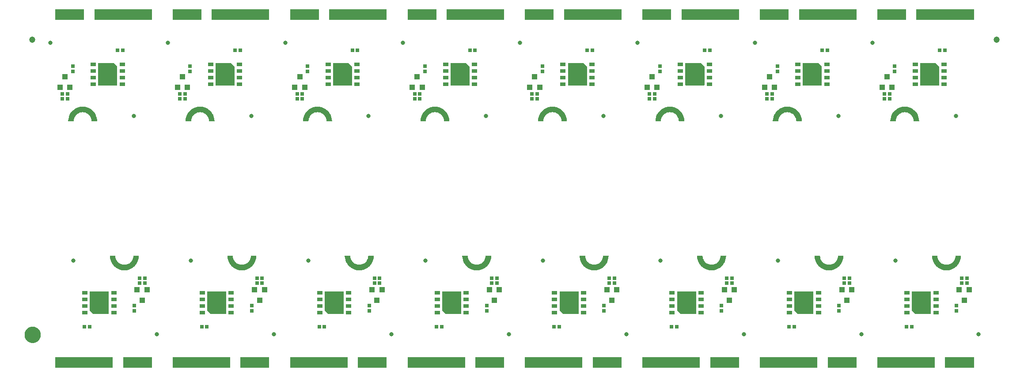
<source format=gbs>
G04 EAGLE Gerber RS-274X export*
G75*
%MOMM*%
%FSLAX34Y34*%
%LPD*%
%INSoldermask Bottom*%
%IPPOS*%
%AMOC8*
5,1,8,0,0,1.08239X$1,22.5*%
G01*
%ADD10R,0.803200X0.803200*%
%ADD11R,0.553200X2.153200*%
%ADD12C,0.657200*%
%ADD13R,1.053200X0.703200*%
%ADD14R,1.003200X1.103200*%
%ADD15C,0.838200*%
%ADD16C,1.203200*%
%ADD17C,1.270000*%
%ADD18C,1.703200*%

G36*
X1261429Y547256D02*
X1261429Y547256D01*
X1261446Y547253D01*
X1261495Y547275D01*
X1261547Y547290D01*
X1261558Y547303D01*
X1261574Y547310D01*
X1261603Y547355D01*
X1261639Y547395D01*
X1261641Y547412D01*
X1261651Y547427D01*
X1261662Y547500D01*
X1261662Y583250D01*
X1261645Y583308D01*
X1261633Y583366D01*
X1261624Y583378D01*
X1261623Y583384D01*
X1261615Y583391D01*
X1261589Y583426D01*
X1255089Y589926D01*
X1255036Y589955D01*
X1254986Y589988D01*
X1254972Y589990D01*
X1254966Y589993D01*
X1254956Y589993D01*
X1254913Y589999D01*
X1225413Y589999D01*
X1225396Y589994D01*
X1225379Y589997D01*
X1225330Y589975D01*
X1225278Y589960D01*
X1225267Y589947D01*
X1225251Y589940D01*
X1225222Y589895D01*
X1225186Y589855D01*
X1225184Y589838D01*
X1225174Y589824D01*
X1225163Y589750D01*
X1225163Y547500D01*
X1225168Y547484D01*
X1225166Y547467D01*
X1225187Y547417D01*
X1225203Y547366D01*
X1225215Y547355D01*
X1225222Y547339D01*
X1225267Y547309D01*
X1225308Y547274D01*
X1225325Y547271D01*
X1225339Y547262D01*
X1225413Y547251D01*
X1261413Y547251D01*
X1261429Y547256D01*
G37*
G36*
X1036334Y547256D02*
X1036334Y547256D01*
X1036351Y547253D01*
X1036400Y547275D01*
X1036452Y547290D01*
X1036463Y547303D01*
X1036479Y547310D01*
X1036509Y547355D01*
X1036544Y547395D01*
X1036547Y547412D01*
X1036556Y547427D01*
X1036567Y547500D01*
X1036567Y583250D01*
X1036550Y583308D01*
X1036538Y583366D01*
X1036530Y583378D01*
X1036528Y583384D01*
X1036520Y583391D01*
X1036494Y583426D01*
X1029994Y589926D01*
X1029941Y589955D01*
X1029891Y589988D01*
X1029877Y589990D01*
X1029871Y589993D01*
X1029861Y589993D01*
X1029818Y589999D01*
X1000318Y589999D01*
X1000301Y589994D01*
X1000284Y589997D01*
X1000235Y589975D01*
X1000184Y589960D01*
X1000172Y589947D01*
X1000157Y589940D01*
X1000127Y589895D01*
X1000092Y589855D01*
X1000089Y589838D01*
X1000080Y589824D01*
X1000069Y589750D01*
X1000069Y547500D01*
X1000073Y547484D01*
X1000071Y547467D01*
X1000093Y547417D01*
X1000108Y547366D01*
X1000121Y547355D01*
X1000128Y547339D01*
X1000173Y547309D01*
X1000213Y547274D01*
X1000230Y547271D01*
X1000244Y547262D01*
X1000318Y547251D01*
X1036318Y547251D01*
X1036334Y547256D01*
G37*
G36*
X1711568Y547256D02*
X1711568Y547256D01*
X1711585Y547253D01*
X1711634Y547275D01*
X1711686Y547290D01*
X1711697Y547303D01*
X1711713Y547310D01*
X1711742Y547355D01*
X1711778Y547395D01*
X1711780Y547412D01*
X1711790Y547427D01*
X1711801Y547500D01*
X1711801Y583250D01*
X1711784Y583308D01*
X1711772Y583366D01*
X1711763Y583378D01*
X1711761Y583384D01*
X1711754Y583391D01*
X1711728Y583426D01*
X1705228Y589926D01*
X1705175Y589955D01*
X1705125Y589988D01*
X1705111Y589990D01*
X1705105Y589993D01*
X1705095Y589993D01*
X1705051Y589999D01*
X1675551Y589999D01*
X1675535Y589994D01*
X1675518Y589997D01*
X1675469Y589975D01*
X1675417Y589960D01*
X1675406Y589947D01*
X1675390Y589940D01*
X1675361Y589895D01*
X1675325Y589855D01*
X1675323Y589838D01*
X1675313Y589824D01*
X1675302Y589750D01*
X1675302Y547500D01*
X1675307Y547484D01*
X1675304Y547467D01*
X1675326Y547417D01*
X1675341Y547366D01*
X1675354Y547355D01*
X1675361Y547339D01*
X1675406Y547309D01*
X1675447Y547274D01*
X1675464Y547271D01*
X1675478Y547262D01*
X1675551Y547251D01*
X1711551Y547251D01*
X1711568Y547256D01*
G37*
G36*
X1486498Y547256D02*
X1486498Y547256D01*
X1486515Y547253D01*
X1486565Y547275D01*
X1486616Y547290D01*
X1486627Y547303D01*
X1486643Y547310D01*
X1486673Y547355D01*
X1486708Y547395D01*
X1486711Y547412D01*
X1486720Y547427D01*
X1486731Y547500D01*
X1486731Y583250D01*
X1486714Y583308D01*
X1486702Y583366D01*
X1486694Y583378D01*
X1486692Y583384D01*
X1486684Y583391D01*
X1486658Y583426D01*
X1480158Y589926D01*
X1480106Y589955D01*
X1480056Y589988D01*
X1480041Y589990D01*
X1480036Y589993D01*
X1480025Y589993D01*
X1479982Y589999D01*
X1450482Y589999D01*
X1450466Y589994D01*
X1450449Y589997D01*
X1450399Y589975D01*
X1450348Y589960D01*
X1450337Y589947D01*
X1450321Y589940D01*
X1450291Y589895D01*
X1450256Y589855D01*
X1450253Y589838D01*
X1450244Y589824D01*
X1450233Y589750D01*
X1450233Y547500D01*
X1450238Y547484D01*
X1450235Y547467D01*
X1450257Y547417D01*
X1450272Y547366D01*
X1450285Y547355D01*
X1450292Y547339D01*
X1450337Y547309D01*
X1450377Y547274D01*
X1450394Y547271D01*
X1450409Y547262D01*
X1450482Y547251D01*
X1486482Y547251D01*
X1486498Y547256D01*
G37*
G36*
X811265Y547256D02*
X811265Y547256D01*
X811282Y547253D01*
X811331Y547275D01*
X811383Y547290D01*
X811394Y547303D01*
X811410Y547310D01*
X811439Y547355D01*
X811475Y547395D01*
X811477Y547412D01*
X811487Y547427D01*
X811498Y547500D01*
X811498Y583250D01*
X811481Y583308D01*
X811469Y583366D01*
X811460Y583378D01*
X811458Y583384D01*
X811451Y583391D01*
X811425Y583426D01*
X804925Y589926D01*
X804872Y589955D01*
X804822Y589988D01*
X804808Y589990D01*
X804802Y589993D01*
X804792Y589993D01*
X804748Y589999D01*
X775248Y589999D01*
X775232Y589994D01*
X775215Y589997D01*
X775166Y589975D01*
X775114Y589960D01*
X775103Y589947D01*
X775087Y589940D01*
X775058Y589895D01*
X775022Y589855D01*
X775020Y589838D01*
X775010Y589824D01*
X774999Y589750D01*
X774999Y547500D01*
X775004Y547484D01*
X775001Y547467D01*
X775023Y547417D01*
X775038Y547366D01*
X775051Y547355D01*
X775058Y547339D01*
X775103Y547309D01*
X775144Y547274D01*
X775161Y547271D01*
X775175Y547262D01*
X775248Y547251D01*
X811248Y547251D01*
X811265Y547256D01*
G37*
G36*
X136006Y547256D02*
X136006Y547256D01*
X136023Y547253D01*
X136072Y547275D01*
X136124Y547290D01*
X136135Y547303D01*
X136151Y547310D01*
X136180Y547355D01*
X136216Y547395D01*
X136218Y547412D01*
X136228Y547427D01*
X136239Y547500D01*
X136239Y583250D01*
X136222Y583308D01*
X136210Y583366D01*
X136201Y583378D01*
X136199Y583384D01*
X136192Y583391D01*
X136166Y583426D01*
X129666Y589926D01*
X129613Y589955D01*
X129563Y589988D01*
X129549Y589990D01*
X129543Y589993D01*
X129533Y589993D01*
X129489Y589999D01*
X99989Y589999D01*
X99973Y589994D01*
X99956Y589997D01*
X99907Y589975D01*
X99855Y589960D01*
X99844Y589947D01*
X99828Y589940D01*
X99799Y589895D01*
X99763Y589855D01*
X99761Y589838D01*
X99751Y589824D01*
X99740Y589750D01*
X99740Y547500D01*
X99745Y547484D01*
X99742Y547467D01*
X99764Y547417D01*
X99779Y547366D01*
X99792Y547355D01*
X99799Y547339D01*
X99844Y547309D01*
X99885Y547274D01*
X99902Y547271D01*
X99916Y547262D01*
X99989Y547251D01*
X135989Y547251D01*
X136006Y547256D01*
G37*
G36*
X586170Y547256D02*
X586170Y547256D01*
X586187Y547253D01*
X586236Y547275D01*
X586288Y547290D01*
X586299Y547303D01*
X586315Y547310D01*
X586344Y547355D01*
X586380Y547395D01*
X586382Y547412D01*
X586392Y547427D01*
X586403Y547500D01*
X586403Y583250D01*
X586386Y583308D01*
X586374Y583366D01*
X586365Y583378D01*
X586364Y583384D01*
X586356Y583391D01*
X586330Y583426D01*
X579830Y589926D01*
X579777Y589955D01*
X579727Y589988D01*
X579713Y589990D01*
X579707Y589993D01*
X579697Y589993D01*
X579654Y589999D01*
X550154Y589999D01*
X550137Y589994D01*
X550120Y589997D01*
X550071Y589975D01*
X550019Y589960D01*
X550008Y589947D01*
X549992Y589940D01*
X549963Y589895D01*
X549927Y589855D01*
X549925Y589838D01*
X549915Y589824D01*
X549904Y589750D01*
X549904Y547500D01*
X549909Y547484D01*
X549907Y547467D01*
X549928Y547417D01*
X549944Y547366D01*
X549956Y547355D01*
X549963Y547339D01*
X550008Y547309D01*
X550049Y547274D01*
X550066Y547271D01*
X550080Y547262D01*
X550154Y547251D01*
X586154Y547251D01*
X586170Y547256D01*
G37*
G36*
X361101Y547256D02*
X361101Y547256D01*
X361118Y547253D01*
X361167Y547275D01*
X361218Y547290D01*
X361230Y547303D01*
X361245Y547310D01*
X361275Y547355D01*
X361310Y547395D01*
X361313Y547412D01*
X361322Y547427D01*
X361333Y547500D01*
X361333Y583250D01*
X361317Y583308D01*
X361305Y583366D01*
X361296Y583378D01*
X361294Y583384D01*
X361286Y583391D01*
X361260Y583426D01*
X354760Y589926D01*
X354708Y589955D01*
X354658Y589988D01*
X354644Y589990D01*
X354638Y589993D01*
X354628Y589993D01*
X354584Y589999D01*
X325084Y589999D01*
X325068Y589994D01*
X325051Y589997D01*
X325002Y589975D01*
X324950Y589960D01*
X324939Y589947D01*
X324923Y589940D01*
X324893Y589895D01*
X324858Y589855D01*
X324855Y589838D01*
X324846Y589824D01*
X324835Y589750D01*
X324835Y547500D01*
X324840Y547484D01*
X324837Y547467D01*
X324859Y547417D01*
X324874Y547366D01*
X324887Y547355D01*
X324894Y547339D01*
X324939Y547309D01*
X324979Y547274D01*
X324996Y547271D01*
X325011Y547262D01*
X325084Y547251D01*
X361084Y547251D01*
X361101Y547256D01*
G37*
G36*
X795250Y108506D02*
X795250Y108506D01*
X795267Y108503D01*
X795316Y108525D01*
X795368Y108540D01*
X795379Y108553D01*
X795395Y108560D01*
X795424Y108605D01*
X795460Y108645D01*
X795462Y108662D01*
X795472Y108677D01*
X795483Y108750D01*
X795483Y151000D01*
X795478Y151016D01*
X795481Y151033D01*
X795459Y151083D01*
X795444Y151134D01*
X795431Y151145D01*
X795424Y151161D01*
X795379Y151191D01*
X795338Y151226D01*
X795321Y151229D01*
X795307Y151238D01*
X795234Y151249D01*
X759234Y151249D01*
X759217Y151244D01*
X759200Y151247D01*
X759151Y151225D01*
X759099Y151210D01*
X759088Y151197D01*
X759072Y151190D01*
X759043Y151145D01*
X759007Y151105D01*
X759005Y151088D01*
X758995Y151074D01*
X758984Y151000D01*
X758984Y115250D01*
X759001Y115192D01*
X759013Y115134D01*
X759022Y115122D01*
X759024Y115116D01*
X759031Y115109D01*
X759057Y115074D01*
X765557Y108574D01*
X765610Y108545D01*
X765660Y108512D01*
X765674Y108510D01*
X765680Y108507D01*
X765690Y108507D01*
X765734Y108501D01*
X795234Y108501D01*
X795250Y108506D01*
G37*
G36*
X1695578Y108506D02*
X1695578Y108506D01*
X1695595Y108503D01*
X1695645Y108525D01*
X1695696Y108540D01*
X1695707Y108553D01*
X1695723Y108560D01*
X1695753Y108605D01*
X1695788Y108645D01*
X1695791Y108662D01*
X1695800Y108677D01*
X1695811Y108750D01*
X1695811Y151000D01*
X1695806Y151016D01*
X1695809Y151033D01*
X1695787Y151083D01*
X1695772Y151134D01*
X1695759Y151145D01*
X1695752Y151161D01*
X1695707Y151191D01*
X1695667Y151226D01*
X1695650Y151229D01*
X1695636Y151238D01*
X1695562Y151249D01*
X1659562Y151249D01*
X1659546Y151244D01*
X1659529Y151247D01*
X1659479Y151225D01*
X1659428Y151210D01*
X1659417Y151197D01*
X1659401Y151190D01*
X1659371Y151145D01*
X1659336Y151105D01*
X1659333Y151088D01*
X1659324Y151074D01*
X1659313Y151000D01*
X1659313Y115250D01*
X1659330Y115192D01*
X1659342Y115134D01*
X1659350Y115122D01*
X1659352Y115116D01*
X1659360Y115109D01*
X1659386Y115074D01*
X1665886Y108574D01*
X1665938Y108545D01*
X1665989Y108512D01*
X1666003Y108510D01*
X1666008Y108507D01*
X1666019Y108507D01*
X1666062Y108501D01*
X1695562Y108501D01*
X1695578Y108506D01*
G37*
G36*
X1020345Y108506D02*
X1020345Y108506D01*
X1020362Y108503D01*
X1020411Y108525D01*
X1020463Y108540D01*
X1020474Y108553D01*
X1020490Y108560D01*
X1020519Y108605D01*
X1020555Y108645D01*
X1020557Y108662D01*
X1020567Y108677D01*
X1020578Y108750D01*
X1020578Y151000D01*
X1020573Y151016D01*
X1020575Y151033D01*
X1020554Y151083D01*
X1020538Y151134D01*
X1020526Y151145D01*
X1020519Y151161D01*
X1020474Y151191D01*
X1020433Y151226D01*
X1020416Y151229D01*
X1020402Y151238D01*
X1020328Y151249D01*
X984328Y151249D01*
X984312Y151244D01*
X984295Y151247D01*
X984246Y151225D01*
X984194Y151210D01*
X984183Y151197D01*
X984167Y151190D01*
X984138Y151145D01*
X984102Y151105D01*
X984100Y151088D01*
X984090Y151074D01*
X984079Y151000D01*
X984079Y115250D01*
X984096Y115192D01*
X984108Y115134D01*
X984117Y115122D01*
X984118Y115116D01*
X984126Y115109D01*
X984152Y115074D01*
X990652Y108574D01*
X990705Y108545D01*
X990755Y108512D01*
X990769Y108510D01*
X990775Y108507D01*
X990785Y108507D01*
X990828Y108501D01*
X1020328Y108501D01*
X1020345Y108506D01*
G37*
G36*
X345086Y108506D02*
X345086Y108506D01*
X345103Y108503D01*
X345152Y108525D01*
X345204Y108540D01*
X345215Y108553D01*
X345231Y108560D01*
X345260Y108605D01*
X345296Y108645D01*
X345298Y108662D01*
X345308Y108677D01*
X345319Y108750D01*
X345319Y151000D01*
X345314Y151016D01*
X345316Y151033D01*
X345295Y151083D01*
X345279Y151134D01*
X345267Y151145D01*
X345260Y151161D01*
X345215Y151191D01*
X345174Y151226D01*
X345157Y151229D01*
X345143Y151238D01*
X345069Y151249D01*
X309069Y151249D01*
X309053Y151244D01*
X309036Y151247D01*
X308987Y151225D01*
X308935Y151210D01*
X308924Y151197D01*
X308908Y151190D01*
X308879Y151145D01*
X308843Y151105D01*
X308841Y151088D01*
X308831Y151074D01*
X308820Y151000D01*
X308820Y115250D01*
X308837Y115192D01*
X308849Y115134D01*
X308858Y115122D01*
X308859Y115116D01*
X308867Y115109D01*
X308893Y115074D01*
X315393Y108574D01*
X315446Y108545D01*
X315496Y108512D01*
X315510Y108510D01*
X315516Y108507D01*
X315526Y108507D01*
X315569Y108501D01*
X345069Y108501D01*
X345086Y108506D01*
G37*
G36*
X570181Y108506D02*
X570181Y108506D01*
X570198Y108503D01*
X570247Y108525D01*
X570298Y108540D01*
X570310Y108553D01*
X570325Y108560D01*
X570355Y108605D01*
X570390Y108645D01*
X570393Y108662D01*
X570402Y108677D01*
X570413Y108750D01*
X570413Y151000D01*
X570409Y151016D01*
X570411Y151033D01*
X570389Y151083D01*
X570374Y151134D01*
X570361Y151145D01*
X570354Y151161D01*
X570309Y151191D01*
X570269Y151226D01*
X570252Y151229D01*
X570238Y151238D01*
X570164Y151249D01*
X534164Y151249D01*
X534148Y151244D01*
X534131Y151247D01*
X534082Y151225D01*
X534030Y151210D01*
X534019Y151197D01*
X534003Y151190D01*
X533973Y151145D01*
X533938Y151105D01*
X533935Y151088D01*
X533926Y151074D01*
X533915Y151000D01*
X533915Y115250D01*
X533932Y115192D01*
X533944Y115134D01*
X533952Y115122D01*
X533954Y115116D01*
X533962Y115109D01*
X533988Y115074D01*
X540488Y108574D01*
X540541Y108545D01*
X540591Y108512D01*
X540605Y108510D01*
X540611Y108507D01*
X540621Y108507D01*
X540664Y108501D01*
X570164Y108501D01*
X570181Y108506D01*
G37*
G36*
X1245414Y108506D02*
X1245414Y108506D01*
X1245431Y108503D01*
X1245480Y108525D01*
X1245532Y108540D01*
X1245543Y108553D01*
X1245559Y108560D01*
X1245589Y108605D01*
X1245624Y108645D01*
X1245627Y108662D01*
X1245636Y108677D01*
X1245647Y108750D01*
X1245647Y151000D01*
X1245642Y151016D01*
X1245645Y151033D01*
X1245623Y151083D01*
X1245608Y151134D01*
X1245595Y151145D01*
X1245588Y151161D01*
X1245543Y151191D01*
X1245503Y151226D01*
X1245486Y151229D01*
X1245471Y151238D01*
X1245398Y151249D01*
X1209398Y151249D01*
X1209381Y151244D01*
X1209364Y151247D01*
X1209315Y151225D01*
X1209264Y151210D01*
X1209252Y151197D01*
X1209237Y151190D01*
X1209207Y151145D01*
X1209172Y151105D01*
X1209169Y151088D01*
X1209160Y151074D01*
X1209149Y151000D01*
X1209149Y115250D01*
X1209165Y115192D01*
X1209177Y115134D01*
X1209186Y115122D01*
X1209188Y115116D01*
X1209196Y115109D01*
X1209222Y115074D01*
X1215722Y108574D01*
X1215774Y108545D01*
X1215824Y108512D01*
X1215838Y108510D01*
X1215844Y108507D01*
X1215854Y108507D01*
X1215898Y108501D01*
X1245398Y108501D01*
X1245414Y108506D01*
G37*
G36*
X1470509Y108506D02*
X1470509Y108506D01*
X1470526Y108503D01*
X1470575Y108525D01*
X1470627Y108540D01*
X1470638Y108553D01*
X1470654Y108560D01*
X1470683Y108605D01*
X1470719Y108645D01*
X1470721Y108662D01*
X1470731Y108677D01*
X1470742Y108750D01*
X1470742Y151000D01*
X1470737Y151016D01*
X1470740Y151033D01*
X1470718Y151083D01*
X1470703Y151134D01*
X1470690Y151145D01*
X1470683Y151161D01*
X1470638Y151191D01*
X1470597Y151226D01*
X1470580Y151229D01*
X1470566Y151238D01*
X1470493Y151249D01*
X1434493Y151249D01*
X1434476Y151244D01*
X1434459Y151247D01*
X1434410Y151225D01*
X1434358Y151210D01*
X1434347Y151197D01*
X1434331Y151190D01*
X1434302Y151145D01*
X1434266Y151105D01*
X1434264Y151088D01*
X1434254Y151074D01*
X1434243Y151000D01*
X1434243Y115250D01*
X1434260Y115192D01*
X1434272Y115134D01*
X1434281Y115122D01*
X1434283Y115116D01*
X1434290Y115109D01*
X1434316Y115074D01*
X1440816Y108574D01*
X1440869Y108545D01*
X1440919Y108512D01*
X1440933Y108510D01*
X1440939Y108507D01*
X1440949Y108507D01*
X1440993Y108501D01*
X1470493Y108501D01*
X1470509Y108506D01*
G37*
G36*
X120016Y108506D02*
X120016Y108506D01*
X120033Y108503D01*
X120083Y108525D01*
X120134Y108540D01*
X120145Y108553D01*
X120161Y108560D01*
X120191Y108605D01*
X120226Y108645D01*
X120229Y108662D01*
X120238Y108677D01*
X120249Y108750D01*
X120249Y151000D01*
X120244Y151016D01*
X120247Y151033D01*
X120225Y151083D01*
X120210Y151134D01*
X120197Y151145D01*
X120190Y151161D01*
X120145Y151191D01*
X120105Y151226D01*
X120088Y151229D01*
X120074Y151238D01*
X120000Y151249D01*
X84000Y151249D01*
X83984Y151244D01*
X83967Y151247D01*
X83917Y151225D01*
X83866Y151210D01*
X83855Y151197D01*
X83839Y151190D01*
X83809Y151145D01*
X83774Y151105D01*
X83771Y151088D01*
X83762Y151074D01*
X83751Y151000D01*
X83751Y115250D01*
X83768Y115192D01*
X83780Y115134D01*
X83788Y115122D01*
X83790Y115116D01*
X83798Y115109D01*
X83824Y115074D01*
X90324Y108574D01*
X90376Y108545D01*
X90427Y108512D01*
X90441Y108510D01*
X90446Y108507D01*
X90457Y108507D01*
X90500Y108501D01*
X120000Y108501D01*
X120016Y108506D01*
G37*
G36*
X1504424Y192531D02*
X1504424Y192531D01*
X1504433Y192535D01*
X1504459Y192536D01*
X1508293Y193370D01*
X1508302Y193375D01*
X1508327Y193380D01*
X1512004Y194752D01*
X1512011Y194757D01*
X1512036Y194766D01*
X1515480Y196647D01*
X1515486Y196654D01*
X1515510Y196666D01*
X1518651Y199017D01*
X1518656Y199025D01*
X1518678Y199041D01*
X1521452Y201815D01*
X1521457Y201824D01*
X1521475Y201842D01*
X1523827Y204983D01*
X1523830Y204992D01*
X1523846Y205013D01*
X1525726Y208457D01*
X1525728Y208466D01*
X1525741Y208489D01*
X1527112Y212165D01*
X1527113Y212175D01*
X1527122Y212199D01*
X1527956Y216033D01*
X1527956Y216043D01*
X1527961Y216069D01*
X1528241Y219982D01*
X1528236Y220008D01*
X1528240Y220033D01*
X1528221Y220075D01*
X1528212Y220119D01*
X1528193Y220137D01*
X1528183Y220161D01*
X1528145Y220186D01*
X1528113Y220218D01*
X1528088Y220224D01*
X1528066Y220238D01*
X1527993Y220249D01*
X1517993Y220249D01*
X1517986Y220247D01*
X1517979Y220249D01*
X1517919Y220228D01*
X1517858Y220210D01*
X1517854Y220205D01*
X1517847Y220202D01*
X1517808Y220152D01*
X1517766Y220105D01*
X1517765Y220098D01*
X1517761Y220092D01*
X1517744Y220020D01*
X1517530Y217302D01*
X1516898Y214669D01*
X1515862Y212169D01*
X1514448Y209861D01*
X1512690Y207802D01*
X1510632Y206044D01*
X1508324Y204630D01*
X1505823Y203594D01*
X1503191Y202962D01*
X1500493Y202750D01*
X1497794Y202962D01*
X1495162Y203594D01*
X1492661Y204630D01*
X1490353Y206044D01*
X1488295Y207802D01*
X1488241Y207865D01*
X1487816Y208364D01*
X1487815Y208364D01*
X1487603Y208613D01*
X1487390Y208862D01*
X1487177Y209112D01*
X1486751Y209610D01*
X1486538Y209859D01*
X1486537Y209861D01*
X1485123Y212169D01*
X1484087Y214669D01*
X1483455Y217302D01*
X1483241Y220020D01*
X1483239Y220026D01*
X1483240Y220033D01*
X1483214Y220091D01*
X1483191Y220150D01*
X1483186Y220155D01*
X1483183Y220161D01*
X1483130Y220196D01*
X1483079Y220234D01*
X1483072Y220234D01*
X1483066Y220238D01*
X1482993Y220249D01*
X1472993Y220249D01*
X1472968Y220242D01*
X1472942Y220244D01*
X1472902Y220223D01*
X1472858Y220210D01*
X1472841Y220190D01*
X1472818Y220178D01*
X1472796Y220139D01*
X1472766Y220105D01*
X1472763Y220079D01*
X1472750Y220056D01*
X1472744Y219982D01*
X1473024Y216069D01*
X1473027Y216059D01*
X1473029Y216033D01*
X1473863Y212199D01*
X1473868Y212191D01*
X1473873Y212165D01*
X1475244Y208489D01*
X1475250Y208481D01*
X1475259Y208457D01*
X1477139Y205013D01*
X1477146Y205006D01*
X1477159Y204983D01*
X1479510Y201842D01*
X1479518Y201836D01*
X1479533Y201815D01*
X1482308Y199041D01*
X1482316Y199036D01*
X1482335Y199017D01*
X1485476Y196666D01*
X1485485Y196663D01*
X1485506Y196647D01*
X1488949Y194766D01*
X1488959Y194764D01*
X1488982Y194752D01*
X1492658Y193380D01*
X1492668Y193380D01*
X1492692Y193370D01*
X1496526Y192536D01*
X1496536Y192537D01*
X1496561Y192531D01*
X1500475Y192251D01*
X1500484Y192253D01*
X1500510Y192251D01*
X1504424Y192531D01*
G37*
G36*
X829165Y192531D02*
X829165Y192531D01*
X829174Y192535D01*
X829200Y192536D01*
X833034Y193370D01*
X833043Y193375D01*
X833068Y193380D01*
X836745Y194752D01*
X836752Y194757D01*
X836777Y194766D01*
X840221Y196647D01*
X840227Y196654D01*
X840251Y196666D01*
X843392Y199017D01*
X843397Y199025D01*
X843419Y199041D01*
X846193Y201815D01*
X846198Y201824D01*
X846216Y201842D01*
X848568Y204983D01*
X848571Y204992D01*
X848587Y205013D01*
X850467Y208457D01*
X850469Y208466D01*
X850482Y208489D01*
X851853Y212165D01*
X851854Y212175D01*
X851863Y212199D01*
X852697Y216033D01*
X852697Y216043D01*
X852702Y216069D01*
X852982Y219982D01*
X852977Y220008D01*
X852981Y220033D01*
X852962Y220075D01*
X852953Y220119D01*
X852934Y220137D01*
X852924Y220161D01*
X852886Y220186D01*
X852854Y220218D01*
X852829Y220224D01*
X852807Y220238D01*
X852734Y220249D01*
X842734Y220249D01*
X842727Y220247D01*
X842720Y220249D01*
X842660Y220228D01*
X842599Y220210D01*
X842595Y220205D01*
X842588Y220202D01*
X842549Y220152D01*
X842507Y220105D01*
X842506Y220098D01*
X842502Y220092D01*
X842485Y220020D01*
X842271Y217302D01*
X841639Y214669D01*
X840603Y212169D01*
X839189Y209861D01*
X837431Y207802D01*
X835373Y206044D01*
X833065Y204630D01*
X830564Y203594D01*
X827932Y202962D01*
X825234Y202750D01*
X822535Y202962D01*
X819903Y203594D01*
X817402Y204630D01*
X815094Y206044D01*
X813036Y207802D01*
X812982Y207865D01*
X812557Y208364D01*
X812556Y208364D01*
X812344Y208613D01*
X812131Y208862D01*
X811918Y209112D01*
X811492Y209610D01*
X811279Y209859D01*
X811278Y209861D01*
X809864Y212169D01*
X808828Y214669D01*
X808196Y217302D01*
X807982Y220020D01*
X807980Y220026D01*
X807981Y220033D01*
X807955Y220091D01*
X807932Y220150D01*
X807927Y220155D01*
X807924Y220161D01*
X807871Y220196D01*
X807820Y220234D01*
X807813Y220234D01*
X807807Y220238D01*
X807734Y220249D01*
X797734Y220249D01*
X797709Y220242D01*
X797683Y220244D01*
X797643Y220223D01*
X797599Y220210D01*
X797582Y220190D01*
X797559Y220178D01*
X797537Y220139D01*
X797507Y220105D01*
X797504Y220079D01*
X797491Y220056D01*
X797485Y219982D01*
X797765Y216069D01*
X797768Y216059D01*
X797770Y216033D01*
X798604Y212199D01*
X798609Y212191D01*
X798614Y212165D01*
X799985Y208489D01*
X799991Y208481D01*
X800000Y208457D01*
X801880Y205013D01*
X801887Y205006D01*
X801900Y204983D01*
X804251Y201842D01*
X804259Y201836D01*
X804274Y201815D01*
X807049Y199041D01*
X807057Y199036D01*
X807076Y199017D01*
X810217Y196666D01*
X810226Y196663D01*
X810247Y196647D01*
X813690Y194766D01*
X813700Y194764D01*
X813723Y194752D01*
X817399Y193380D01*
X817409Y193380D01*
X817433Y193370D01*
X821267Y192536D01*
X821277Y192537D01*
X821302Y192531D01*
X825216Y192251D01*
X825225Y192253D01*
X825251Y192251D01*
X829165Y192531D01*
G37*
G36*
X1279329Y192531D02*
X1279329Y192531D01*
X1279338Y192535D01*
X1279364Y192536D01*
X1283198Y193370D01*
X1283207Y193375D01*
X1283233Y193380D01*
X1286909Y194752D01*
X1286917Y194757D01*
X1286941Y194766D01*
X1290385Y196647D01*
X1290392Y196654D01*
X1290415Y196666D01*
X1293556Y199017D01*
X1293562Y199025D01*
X1293583Y199041D01*
X1296357Y201815D01*
X1296362Y201824D01*
X1296380Y201842D01*
X1298732Y204983D01*
X1298735Y204992D01*
X1298751Y205013D01*
X1300631Y208457D01*
X1300634Y208466D01*
X1300646Y208489D01*
X1302017Y212165D01*
X1302018Y212175D01*
X1302027Y212199D01*
X1302861Y216033D01*
X1302861Y216043D01*
X1302867Y216069D01*
X1303146Y219982D01*
X1303141Y220008D01*
X1303145Y220033D01*
X1303126Y220075D01*
X1303117Y220119D01*
X1303099Y220137D01*
X1303088Y220161D01*
X1303050Y220186D01*
X1303018Y220218D01*
X1302993Y220224D01*
X1302971Y220238D01*
X1302898Y220249D01*
X1292898Y220249D01*
X1292891Y220247D01*
X1292884Y220249D01*
X1292825Y220228D01*
X1292764Y220210D01*
X1292759Y220205D01*
X1292752Y220202D01*
X1292713Y220152D01*
X1292672Y220105D01*
X1292671Y220098D01*
X1292666Y220092D01*
X1292649Y220020D01*
X1292435Y217302D01*
X1291804Y214669D01*
X1290768Y212169D01*
X1289353Y209861D01*
X1287595Y207802D01*
X1285537Y206044D01*
X1283229Y204630D01*
X1280728Y203594D01*
X1278096Y202962D01*
X1275398Y202750D01*
X1272699Y202962D01*
X1270067Y203594D01*
X1267566Y204630D01*
X1265259Y206044D01*
X1263200Y207802D01*
X1263147Y207865D01*
X1263146Y207865D01*
X1262721Y208364D01*
X1262508Y208613D01*
X1262295Y208862D01*
X1262082Y209112D01*
X1261656Y209610D01*
X1261443Y209859D01*
X1261442Y209861D01*
X1260028Y212169D01*
X1258992Y214669D01*
X1258360Y217302D01*
X1258146Y220020D01*
X1258144Y220026D01*
X1258145Y220033D01*
X1258119Y220091D01*
X1258097Y220150D01*
X1258091Y220155D01*
X1258088Y220161D01*
X1258035Y220196D01*
X1257985Y220234D01*
X1257977Y220234D01*
X1257971Y220238D01*
X1257898Y220249D01*
X1247898Y220249D01*
X1247873Y220242D01*
X1247847Y220244D01*
X1247807Y220223D01*
X1247764Y220210D01*
X1247746Y220190D01*
X1247724Y220178D01*
X1247701Y220139D01*
X1247672Y220105D01*
X1247668Y220079D01*
X1247655Y220056D01*
X1247649Y219982D01*
X1247929Y216069D01*
X1247932Y216059D01*
X1247934Y216033D01*
X1248768Y212199D01*
X1248773Y212191D01*
X1248778Y212165D01*
X1250149Y208489D01*
X1250155Y208481D01*
X1250164Y208457D01*
X1252045Y205013D01*
X1252051Y205006D01*
X1252064Y204983D01*
X1254415Y201842D01*
X1254423Y201836D01*
X1254438Y201815D01*
X1257213Y199041D01*
X1257221Y199036D01*
X1257240Y199017D01*
X1260381Y196666D01*
X1260390Y196663D01*
X1260411Y196647D01*
X1263854Y194766D01*
X1263864Y194764D01*
X1263887Y194752D01*
X1267563Y193380D01*
X1267573Y193380D01*
X1267597Y193370D01*
X1271431Y192536D01*
X1271441Y192537D01*
X1271466Y192531D01*
X1275380Y192251D01*
X1275390Y192253D01*
X1275416Y192251D01*
X1279329Y192531D01*
G37*
G36*
X153931Y192531D02*
X153931Y192531D01*
X153941Y192535D01*
X153967Y192536D01*
X157801Y193370D01*
X157809Y193375D01*
X157835Y193380D01*
X161511Y194752D01*
X161519Y194757D01*
X161543Y194766D01*
X164987Y196647D01*
X164994Y196654D01*
X165017Y196666D01*
X168158Y199017D01*
X168164Y199025D01*
X168185Y199041D01*
X170959Y201815D01*
X170964Y201824D01*
X170983Y201842D01*
X173334Y204983D01*
X173337Y204992D01*
X173353Y205013D01*
X175234Y208457D01*
X175236Y208466D01*
X175248Y208489D01*
X176620Y212165D01*
X176620Y212175D01*
X176630Y212199D01*
X177464Y216033D01*
X177463Y216043D01*
X177469Y216069D01*
X177749Y219982D01*
X177743Y220008D01*
X177747Y220033D01*
X177729Y220075D01*
X177719Y220119D01*
X177701Y220137D01*
X177690Y220161D01*
X177652Y220186D01*
X177621Y220218D01*
X177595Y220224D01*
X177574Y220238D01*
X177500Y220249D01*
X167500Y220249D01*
X167493Y220247D01*
X167486Y220249D01*
X167427Y220228D01*
X167366Y220210D01*
X167361Y220205D01*
X167354Y220202D01*
X167316Y220152D01*
X167274Y220105D01*
X167273Y220098D01*
X167268Y220092D01*
X167252Y220020D01*
X167038Y217302D01*
X166406Y214669D01*
X165370Y212169D01*
X163956Y209861D01*
X162198Y207802D01*
X160139Y206044D01*
X157831Y204630D01*
X155331Y203594D01*
X152698Y202962D01*
X150000Y202750D01*
X147302Y202962D01*
X144669Y203594D01*
X142169Y204630D01*
X139861Y206044D01*
X137802Y207802D01*
X137749Y207865D01*
X137323Y208364D01*
X137110Y208613D01*
X136897Y208862D01*
X136684Y209112D01*
X136259Y209610D01*
X136258Y209610D01*
X136046Y209859D01*
X136044Y209861D01*
X134630Y212169D01*
X133594Y214669D01*
X132962Y217302D01*
X132748Y220020D01*
X132746Y220026D01*
X132747Y220033D01*
X132721Y220091D01*
X132699Y220150D01*
X132693Y220155D01*
X132690Y220161D01*
X132637Y220196D01*
X132587Y220234D01*
X132580Y220234D01*
X132574Y220238D01*
X132500Y220249D01*
X122500Y220249D01*
X122475Y220242D01*
X122449Y220244D01*
X122409Y220223D01*
X122366Y220210D01*
X122349Y220190D01*
X122326Y220178D01*
X122304Y220139D01*
X122274Y220105D01*
X122270Y220079D01*
X122257Y220056D01*
X122251Y219982D01*
X122531Y216069D01*
X122535Y216059D01*
X122536Y216033D01*
X123370Y212199D01*
X123375Y212191D01*
X123380Y212165D01*
X124752Y208489D01*
X124757Y208481D01*
X124766Y208457D01*
X126647Y205013D01*
X126654Y205006D01*
X126666Y204983D01*
X129017Y201842D01*
X129025Y201836D01*
X129041Y201815D01*
X131815Y199041D01*
X131824Y199036D01*
X131842Y199017D01*
X134983Y196666D01*
X134992Y196663D01*
X135013Y196647D01*
X138457Y194766D01*
X138466Y194764D01*
X138489Y194752D01*
X142165Y193380D01*
X142175Y193380D01*
X142199Y193370D01*
X146033Y192536D01*
X146043Y192537D01*
X146069Y192531D01*
X149982Y192251D01*
X149992Y192253D01*
X150018Y192251D01*
X153931Y192531D01*
G37*
G36*
X604096Y192531D02*
X604096Y192531D01*
X604105Y192535D01*
X604131Y192536D01*
X607965Y193370D01*
X607973Y193375D01*
X607999Y193380D01*
X611675Y194752D01*
X611683Y194757D01*
X611708Y194766D01*
X615151Y196647D01*
X615158Y196654D01*
X615181Y196666D01*
X618322Y199017D01*
X618328Y199025D01*
X618349Y199041D01*
X621124Y201815D01*
X621128Y201824D01*
X621147Y201842D01*
X623498Y204983D01*
X623502Y204992D01*
X623517Y205013D01*
X625398Y208457D01*
X625400Y208466D01*
X625413Y208489D01*
X626784Y212165D01*
X626784Y212175D01*
X626794Y212199D01*
X627628Y216033D01*
X627627Y216043D01*
X627633Y216069D01*
X627913Y219982D01*
X627907Y220008D01*
X627911Y220033D01*
X627893Y220075D01*
X627883Y220119D01*
X627865Y220137D01*
X627854Y220161D01*
X627817Y220186D01*
X627785Y220218D01*
X627759Y220224D01*
X627738Y220238D01*
X627664Y220249D01*
X617664Y220249D01*
X617657Y220247D01*
X617650Y220249D01*
X617591Y220228D01*
X617530Y220210D01*
X617525Y220205D01*
X617518Y220202D01*
X617480Y220152D01*
X617438Y220105D01*
X617437Y220098D01*
X617433Y220092D01*
X617416Y220020D01*
X617202Y217302D01*
X616570Y214669D01*
X615534Y212169D01*
X614120Y209861D01*
X612362Y207802D01*
X610304Y206044D01*
X607996Y204630D01*
X605495Y203594D01*
X602863Y202962D01*
X600164Y202750D01*
X597466Y202962D01*
X594834Y203594D01*
X592333Y204630D01*
X590025Y206044D01*
X587967Y207802D01*
X587913Y207865D01*
X587487Y208364D01*
X587274Y208613D01*
X587061Y208862D01*
X586848Y209112D01*
X586423Y209610D01*
X586210Y209859D01*
X586209Y209861D01*
X584794Y212169D01*
X583759Y214669D01*
X583127Y217302D01*
X582913Y220020D01*
X582910Y220026D01*
X582911Y220033D01*
X582885Y220091D01*
X582863Y220150D01*
X582857Y220155D01*
X582854Y220161D01*
X582802Y220196D01*
X582751Y220234D01*
X582744Y220234D01*
X582738Y220238D01*
X582664Y220249D01*
X572664Y220249D01*
X572639Y220242D01*
X572613Y220244D01*
X572573Y220223D01*
X572530Y220210D01*
X572513Y220190D01*
X572490Y220178D01*
X572468Y220139D01*
X572438Y220105D01*
X572434Y220079D01*
X572421Y220056D01*
X572416Y219982D01*
X572695Y216069D01*
X572699Y216059D01*
X572701Y216033D01*
X573535Y212199D01*
X573539Y212191D01*
X573545Y212165D01*
X574916Y208489D01*
X574922Y208481D01*
X574931Y208457D01*
X576811Y205013D01*
X576818Y205006D01*
X576830Y204983D01*
X579182Y201842D01*
X579189Y201836D01*
X579205Y201815D01*
X581979Y199041D01*
X581988Y199036D01*
X582006Y199017D01*
X585147Y196666D01*
X585156Y196663D01*
X585177Y196647D01*
X588621Y194766D01*
X588630Y194764D01*
X588653Y194752D01*
X592329Y193380D01*
X592339Y193380D01*
X592364Y193370D01*
X596198Y192536D01*
X596207Y192537D01*
X596233Y192531D01*
X600146Y192251D01*
X600156Y192253D01*
X600182Y192251D01*
X604096Y192531D01*
G37*
G36*
X1729493Y192531D02*
X1729493Y192531D01*
X1729503Y192535D01*
X1729529Y192536D01*
X1733363Y193370D01*
X1733371Y193375D01*
X1733397Y193380D01*
X1737073Y194752D01*
X1737081Y194757D01*
X1737105Y194766D01*
X1740549Y196647D01*
X1740556Y196654D01*
X1740579Y196666D01*
X1743720Y199017D01*
X1743726Y199025D01*
X1743747Y199041D01*
X1746521Y201815D01*
X1746526Y201824D01*
X1746545Y201842D01*
X1748896Y204983D01*
X1748899Y204992D01*
X1748915Y205013D01*
X1750796Y208457D01*
X1750798Y208466D01*
X1750810Y208489D01*
X1752182Y212165D01*
X1752182Y212175D01*
X1752192Y212199D01*
X1753026Y216033D01*
X1753025Y216043D01*
X1753031Y216069D01*
X1753311Y219982D01*
X1753305Y220008D01*
X1753309Y220033D01*
X1753291Y220075D01*
X1753281Y220119D01*
X1753263Y220137D01*
X1753252Y220161D01*
X1753214Y220186D01*
X1753183Y220218D01*
X1753157Y220224D01*
X1753136Y220238D01*
X1753062Y220249D01*
X1743062Y220249D01*
X1743055Y220247D01*
X1743048Y220249D01*
X1742989Y220228D01*
X1742928Y220210D01*
X1742923Y220205D01*
X1742916Y220202D01*
X1742878Y220152D01*
X1742836Y220105D01*
X1742835Y220098D01*
X1742830Y220092D01*
X1742814Y220020D01*
X1742600Y217302D01*
X1741968Y214669D01*
X1740932Y212169D01*
X1739518Y209861D01*
X1737760Y207802D01*
X1735701Y206044D01*
X1733393Y204630D01*
X1730893Y203594D01*
X1728260Y202962D01*
X1725562Y202750D01*
X1722864Y202962D01*
X1720231Y203594D01*
X1717731Y204630D01*
X1715423Y206044D01*
X1713364Y207802D01*
X1713311Y207865D01*
X1712885Y208364D01*
X1712672Y208613D01*
X1712459Y208862D01*
X1712246Y209112D01*
X1711821Y209610D01*
X1711820Y209610D01*
X1711608Y209859D01*
X1711606Y209861D01*
X1710192Y212169D01*
X1709156Y214669D01*
X1708524Y217302D01*
X1708310Y220020D01*
X1708308Y220026D01*
X1708309Y220033D01*
X1708283Y220091D01*
X1708261Y220150D01*
X1708255Y220155D01*
X1708252Y220161D01*
X1708199Y220196D01*
X1708149Y220234D01*
X1708142Y220234D01*
X1708136Y220238D01*
X1708062Y220249D01*
X1698062Y220249D01*
X1698037Y220242D01*
X1698011Y220244D01*
X1697971Y220223D01*
X1697928Y220210D01*
X1697911Y220190D01*
X1697888Y220178D01*
X1697866Y220139D01*
X1697836Y220105D01*
X1697832Y220079D01*
X1697819Y220056D01*
X1697813Y219982D01*
X1698093Y216069D01*
X1698097Y216059D01*
X1698098Y216033D01*
X1698932Y212199D01*
X1698937Y212191D01*
X1698942Y212165D01*
X1700314Y208489D01*
X1700319Y208481D01*
X1700328Y208457D01*
X1702209Y205013D01*
X1702216Y205006D01*
X1702228Y204983D01*
X1704579Y201842D01*
X1704587Y201836D01*
X1704603Y201815D01*
X1707377Y199041D01*
X1707386Y199036D01*
X1707404Y199017D01*
X1710545Y196666D01*
X1710554Y196663D01*
X1710575Y196647D01*
X1714019Y194766D01*
X1714028Y194764D01*
X1714051Y194752D01*
X1717727Y193380D01*
X1717737Y193380D01*
X1717761Y193370D01*
X1721595Y192536D01*
X1721605Y192537D01*
X1721631Y192531D01*
X1725544Y192251D01*
X1725554Y192253D01*
X1725580Y192251D01*
X1729493Y192531D01*
G37*
G36*
X379001Y192531D02*
X379001Y192531D01*
X379010Y192535D01*
X379036Y192536D01*
X382870Y193370D01*
X382879Y193375D01*
X382904Y193380D01*
X386580Y194752D01*
X386588Y194757D01*
X386613Y194766D01*
X390056Y196647D01*
X390063Y196654D01*
X390086Y196666D01*
X393227Y199017D01*
X393233Y199025D01*
X393254Y199041D01*
X396029Y201815D01*
X396033Y201824D01*
X396052Y201842D01*
X398403Y204983D01*
X398407Y204992D01*
X398423Y205013D01*
X400303Y208457D01*
X400305Y208466D01*
X400318Y208489D01*
X401689Y212165D01*
X401690Y212175D01*
X401699Y212199D01*
X402533Y216033D01*
X402532Y216043D01*
X402538Y216069D01*
X402818Y219982D01*
X402813Y220008D01*
X402816Y220033D01*
X402798Y220075D01*
X402789Y220119D01*
X402770Y220137D01*
X402760Y220161D01*
X402722Y220186D01*
X402690Y220218D01*
X402665Y220224D01*
X402643Y220238D01*
X402569Y220249D01*
X392569Y220249D01*
X392562Y220247D01*
X392555Y220249D01*
X392496Y220228D01*
X392435Y220210D01*
X392430Y220205D01*
X392424Y220202D01*
X392385Y220152D01*
X392343Y220105D01*
X392342Y220098D01*
X392338Y220092D01*
X392321Y220020D01*
X392107Y217302D01*
X391475Y214669D01*
X390439Y212169D01*
X389025Y209861D01*
X387267Y207802D01*
X385209Y206044D01*
X382901Y204630D01*
X380400Y203594D01*
X377768Y202962D01*
X375069Y202750D01*
X372371Y202962D01*
X369739Y203594D01*
X367238Y204630D01*
X364930Y206044D01*
X362872Y207802D01*
X362818Y207865D01*
X362392Y208364D01*
X362179Y208613D01*
X361967Y208862D01*
X361966Y208862D01*
X361754Y209112D01*
X361328Y209610D01*
X361115Y209859D01*
X361114Y209861D01*
X359700Y212169D01*
X358664Y214669D01*
X358032Y217302D01*
X357818Y220020D01*
X357815Y220026D01*
X357816Y220033D01*
X357791Y220091D01*
X357768Y220150D01*
X357763Y220155D01*
X357760Y220161D01*
X357707Y220196D01*
X357656Y220234D01*
X357649Y220234D01*
X357643Y220238D01*
X357569Y220249D01*
X347569Y220249D01*
X347544Y220242D01*
X347518Y220244D01*
X347479Y220223D01*
X347435Y220210D01*
X347418Y220190D01*
X347395Y220178D01*
X347373Y220139D01*
X347343Y220105D01*
X347339Y220079D01*
X347327Y220056D01*
X347321Y219982D01*
X347601Y216069D01*
X347604Y216059D01*
X347606Y216033D01*
X348440Y212199D01*
X348444Y212191D01*
X348450Y212165D01*
X349821Y208489D01*
X349827Y208481D01*
X349836Y208457D01*
X351716Y205013D01*
X351723Y205006D01*
X351735Y204983D01*
X354087Y201842D01*
X354095Y201836D01*
X354110Y201815D01*
X356885Y199041D01*
X356893Y199036D01*
X356911Y199017D01*
X360052Y196666D01*
X360062Y196663D01*
X360082Y196647D01*
X363526Y194766D01*
X363535Y194764D01*
X363558Y194752D01*
X367235Y193380D01*
X367244Y193380D01*
X367269Y193370D01*
X371103Y192536D01*
X371112Y192537D01*
X371138Y192531D01*
X375052Y192251D01*
X375061Y192253D01*
X375087Y192251D01*
X379001Y192531D01*
G37*
G36*
X1054260Y192531D02*
X1054260Y192531D01*
X1054269Y192535D01*
X1054295Y192536D01*
X1058129Y193370D01*
X1058138Y193375D01*
X1058163Y193380D01*
X1061839Y194752D01*
X1061847Y194757D01*
X1061872Y194766D01*
X1065315Y196647D01*
X1065322Y196654D01*
X1065345Y196666D01*
X1068486Y199017D01*
X1068492Y199025D01*
X1068513Y199041D01*
X1071288Y201815D01*
X1071292Y201824D01*
X1071311Y201842D01*
X1073662Y204983D01*
X1073666Y204992D01*
X1073682Y205013D01*
X1075562Y208457D01*
X1075564Y208466D01*
X1075577Y208489D01*
X1076948Y212165D01*
X1076949Y212175D01*
X1076958Y212199D01*
X1077792Y216033D01*
X1077791Y216043D01*
X1077797Y216069D01*
X1078077Y219982D01*
X1078072Y220008D01*
X1078075Y220033D01*
X1078057Y220075D01*
X1078048Y220119D01*
X1078029Y220137D01*
X1078019Y220161D01*
X1077981Y220186D01*
X1077949Y220218D01*
X1077924Y220224D01*
X1077902Y220238D01*
X1077828Y220249D01*
X1067828Y220249D01*
X1067821Y220247D01*
X1067814Y220249D01*
X1067755Y220228D01*
X1067694Y220210D01*
X1067689Y220205D01*
X1067683Y220202D01*
X1067644Y220152D01*
X1067602Y220105D01*
X1067601Y220098D01*
X1067597Y220092D01*
X1067580Y220020D01*
X1067366Y217302D01*
X1066734Y214669D01*
X1065698Y212169D01*
X1064284Y209861D01*
X1062526Y207802D01*
X1060468Y206044D01*
X1058160Y204630D01*
X1055659Y203594D01*
X1053027Y202962D01*
X1050328Y202750D01*
X1047630Y202962D01*
X1044998Y203594D01*
X1042497Y204630D01*
X1040189Y206044D01*
X1038131Y207802D01*
X1038077Y207865D01*
X1037651Y208364D01*
X1037438Y208613D01*
X1037226Y208862D01*
X1037225Y208862D01*
X1037013Y209112D01*
X1036587Y209610D01*
X1036374Y209859D01*
X1036373Y209861D01*
X1034959Y212169D01*
X1033923Y214669D01*
X1033291Y217302D01*
X1033077Y220020D01*
X1033074Y220026D01*
X1033075Y220033D01*
X1033050Y220091D01*
X1033027Y220150D01*
X1033022Y220155D01*
X1033019Y220161D01*
X1032966Y220196D01*
X1032915Y220234D01*
X1032908Y220234D01*
X1032902Y220238D01*
X1032828Y220249D01*
X1022828Y220249D01*
X1022803Y220242D01*
X1022777Y220244D01*
X1022738Y220223D01*
X1022694Y220210D01*
X1022677Y220190D01*
X1022654Y220178D01*
X1022632Y220139D01*
X1022602Y220105D01*
X1022598Y220079D01*
X1022586Y220056D01*
X1022580Y219982D01*
X1022860Y216069D01*
X1022863Y216059D01*
X1022865Y216033D01*
X1023699Y212199D01*
X1023703Y212191D01*
X1023709Y212165D01*
X1025080Y208489D01*
X1025086Y208481D01*
X1025095Y208457D01*
X1026975Y205013D01*
X1026982Y205006D01*
X1026994Y204983D01*
X1029346Y201842D01*
X1029354Y201836D01*
X1029369Y201815D01*
X1032144Y199041D01*
X1032152Y199036D01*
X1032170Y199017D01*
X1035311Y196666D01*
X1035321Y196663D01*
X1035341Y196647D01*
X1038785Y194766D01*
X1038794Y194764D01*
X1038817Y194752D01*
X1042494Y193380D01*
X1042503Y193380D01*
X1042528Y193370D01*
X1046362Y192536D01*
X1046371Y192537D01*
X1046397Y192531D01*
X1050311Y192251D01*
X1050320Y192253D01*
X1050346Y192251D01*
X1054260Y192531D01*
G37*
G36*
X52496Y478253D02*
X52496Y478253D01*
X52503Y478251D01*
X52563Y478272D01*
X52624Y478290D01*
X52628Y478295D01*
X52635Y478298D01*
X52674Y478348D01*
X52716Y478395D01*
X52717Y478402D01*
X52721Y478408D01*
X52738Y478480D01*
X52952Y481198D01*
X53584Y483831D01*
X54620Y486331D01*
X56034Y488639D01*
X57792Y490698D01*
X59850Y492456D01*
X62158Y493870D01*
X64659Y494906D01*
X67291Y495538D01*
X69989Y495750D01*
X72688Y495538D01*
X75320Y494906D01*
X77821Y493870D01*
X80129Y492456D01*
X82187Y490698D01*
X82311Y490552D01*
X82524Y490303D01*
X82950Y489804D01*
X83163Y489555D01*
X83376Y489306D01*
X83588Y489057D01*
X83589Y489057D01*
X83801Y488807D01*
X83945Y488639D01*
X85359Y486331D01*
X86395Y483831D01*
X87027Y481198D01*
X87241Y478480D01*
X87244Y478474D01*
X87242Y478467D01*
X87268Y478409D01*
X87291Y478350D01*
X87296Y478345D01*
X87299Y478339D01*
X87352Y478304D01*
X87403Y478266D01*
X87410Y478266D01*
X87416Y478262D01*
X87489Y478251D01*
X97489Y478251D01*
X97514Y478258D01*
X97540Y478256D01*
X97580Y478277D01*
X97624Y478290D01*
X97641Y478310D01*
X97664Y478322D01*
X97686Y478361D01*
X97716Y478395D01*
X97719Y478421D01*
X97732Y478444D01*
X97738Y478518D01*
X97458Y482431D01*
X97455Y482441D01*
X97453Y482467D01*
X96619Y486301D01*
X96614Y486309D01*
X96609Y486335D01*
X95238Y490011D01*
X95232Y490019D01*
X95223Y490043D01*
X93343Y493487D01*
X93336Y493494D01*
X93323Y493517D01*
X90972Y496658D01*
X90964Y496664D01*
X90949Y496685D01*
X88174Y499459D01*
X88166Y499464D01*
X88147Y499483D01*
X85006Y501834D01*
X84997Y501837D01*
X84976Y501853D01*
X81533Y503734D01*
X81523Y503736D01*
X81500Y503748D01*
X77824Y505120D01*
X77815Y505120D01*
X77790Y505130D01*
X73956Y505964D01*
X73946Y505963D01*
X73921Y505969D01*
X70007Y506249D01*
X69998Y506247D01*
X69972Y506249D01*
X66058Y505969D01*
X66049Y505965D01*
X66023Y505964D01*
X62189Y505130D01*
X62180Y505125D01*
X62155Y505120D01*
X58478Y503748D01*
X58471Y503743D01*
X58446Y503734D01*
X55002Y501853D01*
X54996Y501846D01*
X54972Y501834D01*
X51831Y499483D01*
X51826Y499475D01*
X51805Y499459D01*
X49030Y496685D01*
X49025Y496676D01*
X49007Y496658D01*
X46655Y493517D01*
X46652Y493508D01*
X46636Y493487D01*
X44756Y490043D01*
X44754Y490034D01*
X44741Y490011D01*
X43370Y486335D01*
X43369Y486325D01*
X43360Y486301D01*
X42526Y482467D01*
X42526Y482457D01*
X42521Y482431D01*
X42241Y478518D01*
X42246Y478492D01*
X42242Y478467D01*
X42261Y478425D01*
X42270Y478381D01*
X42289Y478363D01*
X42299Y478339D01*
X42337Y478314D01*
X42369Y478282D01*
X42394Y478276D01*
X42416Y478262D01*
X42489Y478251D01*
X52489Y478251D01*
X52496Y478253D01*
G37*
G36*
X1177920Y478253D02*
X1177920Y478253D01*
X1177927Y478251D01*
X1177986Y478272D01*
X1178047Y478290D01*
X1178052Y478295D01*
X1178058Y478298D01*
X1178097Y478348D01*
X1178139Y478395D01*
X1178140Y478402D01*
X1178144Y478408D01*
X1178161Y478480D01*
X1178375Y481198D01*
X1179007Y483831D01*
X1180043Y486331D01*
X1181457Y488639D01*
X1183215Y490698D01*
X1185273Y492456D01*
X1187581Y493870D01*
X1190082Y494906D01*
X1192714Y495538D01*
X1195413Y495750D01*
X1198111Y495538D01*
X1200743Y494906D01*
X1203244Y493870D01*
X1205552Y492456D01*
X1207610Y490698D01*
X1207734Y490552D01*
X1207947Y490303D01*
X1208373Y489804D01*
X1208586Y489555D01*
X1208799Y489306D01*
X1209012Y489057D01*
X1209225Y488807D01*
X1209368Y488639D01*
X1210782Y486331D01*
X1211818Y483831D01*
X1212450Y481198D01*
X1212664Y478480D01*
X1212667Y478474D01*
X1212666Y478467D01*
X1212691Y478409D01*
X1212714Y478350D01*
X1212720Y478345D01*
X1212722Y478339D01*
X1212775Y478304D01*
X1212826Y478266D01*
X1212833Y478266D01*
X1212839Y478262D01*
X1212913Y478251D01*
X1222913Y478251D01*
X1222938Y478258D01*
X1222964Y478256D01*
X1223003Y478277D01*
X1223047Y478290D01*
X1223064Y478310D01*
X1223087Y478322D01*
X1223109Y478361D01*
X1223139Y478395D01*
X1223143Y478421D01*
X1223155Y478444D01*
X1223161Y478518D01*
X1222881Y482431D01*
X1222878Y482441D01*
X1222876Y482467D01*
X1222042Y486301D01*
X1222038Y486309D01*
X1222032Y486335D01*
X1220661Y490011D01*
X1220655Y490019D01*
X1220646Y490043D01*
X1218766Y493487D01*
X1218759Y493494D01*
X1218747Y493517D01*
X1216395Y496658D01*
X1216388Y496664D01*
X1216372Y496685D01*
X1213598Y499459D01*
X1213589Y499464D01*
X1213571Y499483D01*
X1210430Y501834D01*
X1210421Y501837D01*
X1210400Y501853D01*
X1206956Y503734D01*
X1206947Y503736D01*
X1206924Y503748D01*
X1203247Y505120D01*
X1203238Y505120D01*
X1203213Y505130D01*
X1199379Y505964D01*
X1199370Y505963D01*
X1199344Y505969D01*
X1195430Y506249D01*
X1195421Y506247D01*
X1195395Y506249D01*
X1191481Y505969D01*
X1191472Y505965D01*
X1191446Y505964D01*
X1187612Y505130D01*
X1187603Y505125D01*
X1187578Y505120D01*
X1183902Y503748D01*
X1183894Y503743D01*
X1183869Y503734D01*
X1180426Y501853D01*
X1180419Y501846D01*
X1180396Y501834D01*
X1177255Y499483D01*
X1177249Y499475D01*
X1177228Y499459D01*
X1174453Y496685D01*
X1174449Y496676D01*
X1174430Y496658D01*
X1172079Y493517D01*
X1172075Y493508D01*
X1172059Y493487D01*
X1170179Y490043D01*
X1170177Y490034D01*
X1170164Y490011D01*
X1168793Y486335D01*
X1168792Y486325D01*
X1168783Y486301D01*
X1167949Y482467D01*
X1167950Y482457D01*
X1167944Y482431D01*
X1167664Y478518D01*
X1167669Y478492D01*
X1167666Y478467D01*
X1167684Y478425D01*
X1167694Y478381D01*
X1167712Y478363D01*
X1167722Y478339D01*
X1167760Y478314D01*
X1167792Y478282D01*
X1167817Y478276D01*
X1167839Y478262D01*
X1167913Y478251D01*
X1177913Y478251D01*
X1177920Y478253D01*
G37*
G36*
X1402989Y478253D02*
X1402989Y478253D01*
X1402996Y478251D01*
X1403055Y478272D01*
X1403116Y478290D01*
X1403121Y478295D01*
X1403128Y478298D01*
X1403167Y478348D01*
X1403208Y478395D01*
X1403209Y478402D01*
X1403214Y478408D01*
X1403230Y478480D01*
X1403444Y481198D01*
X1404076Y483831D01*
X1405112Y486331D01*
X1406526Y488639D01*
X1408284Y490698D01*
X1410343Y492456D01*
X1412651Y493870D01*
X1415151Y494906D01*
X1417784Y495538D01*
X1420482Y495750D01*
X1423180Y495538D01*
X1425813Y494906D01*
X1428313Y493870D01*
X1430621Y492456D01*
X1432680Y490698D01*
X1432804Y490552D01*
X1433017Y490303D01*
X1433442Y489804D01*
X1433443Y489804D01*
X1433655Y489555D01*
X1433868Y489306D01*
X1434081Y489057D01*
X1434294Y488807D01*
X1434438Y488639D01*
X1435852Y486331D01*
X1436888Y483831D01*
X1437520Y481198D01*
X1437734Y478480D01*
X1437736Y478474D01*
X1437735Y478467D01*
X1437761Y478409D01*
X1437783Y478350D01*
X1437789Y478345D01*
X1437792Y478339D01*
X1437845Y478304D01*
X1437895Y478266D01*
X1437903Y478266D01*
X1437909Y478262D01*
X1437982Y478251D01*
X1447982Y478251D01*
X1448007Y478258D01*
X1448033Y478256D01*
X1448073Y478277D01*
X1448116Y478290D01*
X1448133Y478310D01*
X1448156Y478322D01*
X1448178Y478361D01*
X1448208Y478395D01*
X1448212Y478421D01*
X1448225Y478444D01*
X1448231Y478518D01*
X1447951Y482431D01*
X1447947Y482441D01*
X1447946Y482467D01*
X1447112Y486301D01*
X1447107Y486309D01*
X1447102Y486335D01*
X1445730Y490011D01*
X1445725Y490019D01*
X1445716Y490043D01*
X1443835Y493487D01*
X1443828Y493494D01*
X1443816Y493517D01*
X1441465Y496658D01*
X1441457Y496664D01*
X1441441Y496685D01*
X1438667Y499459D01*
X1438658Y499464D01*
X1438640Y499483D01*
X1435499Y501834D01*
X1435490Y501837D01*
X1435469Y501853D01*
X1432025Y503734D01*
X1432016Y503736D01*
X1431993Y503748D01*
X1428317Y505120D01*
X1428307Y505120D01*
X1428283Y505130D01*
X1424449Y505964D01*
X1424439Y505963D01*
X1424413Y505969D01*
X1420500Y506249D01*
X1420490Y506247D01*
X1420464Y506249D01*
X1416551Y505969D01*
X1416541Y505965D01*
X1416515Y505964D01*
X1412681Y505130D01*
X1412673Y505125D01*
X1412647Y505120D01*
X1408971Y503748D01*
X1408963Y503743D01*
X1408939Y503734D01*
X1405495Y501853D01*
X1405488Y501846D01*
X1405465Y501834D01*
X1402324Y499483D01*
X1402318Y499475D01*
X1402297Y499459D01*
X1399523Y496685D01*
X1399518Y496676D01*
X1399499Y496658D01*
X1397148Y493517D01*
X1397145Y493508D01*
X1397129Y493487D01*
X1395248Y490043D01*
X1395246Y490034D01*
X1395234Y490011D01*
X1393862Y486335D01*
X1393862Y486325D01*
X1393852Y486301D01*
X1393018Y482467D01*
X1393019Y482457D01*
X1393013Y482431D01*
X1392733Y478518D01*
X1392739Y478492D01*
X1392735Y478467D01*
X1392753Y478425D01*
X1392763Y478381D01*
X1392781Y478363D01*
X1392792Y478339D01*
X1392830Y478314D01*
X1392861Y478282D01*
X1392887Y478276D01*
X1392909Y478262D01*
X1392982Y478251D01*
X1402982Y478251D01*
X1402989Y478253D01*
G37*
G36*
X502661Y478253D02*
X502661Y478253D01*
X502668Y478251D01*
X502727Y478272D01*
X502788Y478290D01*
X502793Y478295D01*
X502799Y478298D01*
X502838Y478348D01*
X502880Y478395D01*
X502881Y478402D01*
X502885Y478408D01*
X502902Y478480D01*
X503116Y481198D01*
X503748Y483831D01*
X504784Y486331D01*
X506198Y488639D01*
X507956Y490698D01*
X510014Y492456D01*
X512322Y493870D01*
X514823Y494906D01*
X517455Y495538D01*
X520154Y495750D01*
X522852Y495538D01*
X525484Y494906D01*
X527985Y493870D01*
X530293Y492456D01*
X532351Y490698D01*
X532475Y490552D01*
X532688Y490303D01*
X533114Y489804D01*
X533327Y489555D01*
X533540Y489306D01*
X533753Y489057D01*
X533966Y488807D01*
X534109Y488639D01*
X535523Y486331D01*
X536559Y483831D01*
X537191Y481198D01*
X537405Y478480D01*
X537408Y478474D01*
X537407Y478467D01*
X537432Y478409D01*
X537455Y478350D01*
X537461Y478345D01*
X537463Y478339D01*
X537516Y478304D01*
X537567Y478266D01*
X537574Y478266D01*
X537580Y478262D01*
X537654Y478251D01*
X547654Y478251D01*
X547679Y478258D01*
X547705Y478256D01*
X547744Y478277D01*
X547788Y478290D01*
X547805Y478310D01*
X547828Y478322D01*
X547850Y478361D01*
X547880Y478395D01*
X547884Y478421D01*
X547896Y478444D01*
X547902Y478518D01*
X547622Y482431D01*
X547619Y482441D01*
X547617Y482467D01*
X546783Y486301D01*
X546779Y486309D01*
X546773Y486335D01*
X545402Y490011D01*
X545396Y490019D01*
X545387Y490043D01*
X543507Y493487D01*
X543500Y493494D01*
X543488Y493517D01*
X541136Y496658D01*
X541129Y496664D01*
X541113Y496685D01*
X538339Y499459D01*
X538330Y499464D01*
X538312Y499483D01*
X535171Y501834D01*
X535162Y501837D01*
X535141Y501853D01*
X531697Y503734D01*
X531688Y503736D01*
X531665Y503748D01*
X527988Y505120D01*
X527979Y505120D01*
X527954Y505130D01*
X524120Y505964D01*
X524111Y505963D01*
X524085Y505969D01*
X520171Y506249D01*
X520162Y506247D01*
X520136Y506249D01*
X516222Y505969D01*
X516213Y505965D01*
X516187Y505964D01*
X512353Y505130D01*
X512344Y505125D01*
X512319Y505120D01*
X508643Y503748D01*
X508635Y503743D01*
X508610Y503734D01*
X505167Y501853D01*
X505160Y501846D01*
X505137Y501834D01*
X501996Y499483D01*
X501990Y499475D01*
X501969Y499459D01*
X499194Y496685D01*
X499190Y496676D01*
X499171Y496658D01*
X496820Y493517D01*
X496816Y493508D01*
X496800Y493487D01*
X494920Y490043D01*
X494918Y490034D01*
X494905Y490011D01*
X493534Y486335D01*
X493533Y486325D01*
X493524Y486301D01*
X492690Y482467D01*
X492691Y482457D01*
X492685Y482431D01*
X492405Y478518D01*
X492410Y478492D01*
X492407Y478467D01*
X492425Y478425D01*
X492435Y478381D01*
X492453Y478363D01*
X492463Y478339D01*
X492501Y478314D01*
X492533Y478282D01*
X492558Y478276D01*
X492580Y478262D01*
X492654Y478251D01*
X502654Y478251D01*
X502661Y478253D01*
G37*
G36*
X1628058Y478253D02*
X1628058Y478253D01*
X1628065Y478251D01*
X1628125Y478272D01*
X1628186Y478290D01*
X1628190Y478295D01*
X1628197Y478298D01*
X1628236Y478348D01*
X1628278Y478395D01*
X1628279Y478402D01*
X1628283Y478408D01*
X1628300Y478480D01*
X1628514Y481198D01*
X1629146Y483831D01*
X1630182Y486331D01*
X1631596Y488639D01*
X1633354Y490698D01*
X1635412Y492456D01*
X1637720Y493870D01*
X1640221Y494906D01*
X1642853Y495538D01*
X1645551Y495750D01*
X1648250Y495538D01*
X1650882Y494906D01*
X1653383Y493870D01*
X1655691Y492456D01*
X1657749Y490698D01*
X1657873Y490552D01*
X1658086Y490303D01*
X1658512Y489804D01*
X1658725Y489555D01*
X1658938Y489306D01*
X1659150Y489057D01*
X1659151Y489057D01*
X1659363Y488807D01*
X1659507Y488639D01*
X1660921Y486331D01*
X1661957Y483831D01*
X1662589Y481198D01*
X1662803Y478480D01*
X1662806Y478474D01*
X1662804Y478467D01*
X1662830Y478409D01*
X1662853Y478350D01*
X1662858Y478345D01*
X1662861Y478339D01*
X1662914Y478304D01*
X1662965Y478266D01*
X1662972Y478266D01*
X1662978Y478262D01*
X1663051Y478251D01*
X1673051Y478251D01*
X1673076Y478258D01*
X1673102Y478256D01*
X1673142Y478277D01*
X1673186Y478290D01*
X1673203Y478310D01*
X1673226Y478322D01*
X1673248Y478361D01*
X1673278Y478395D01*
X1673281Y478421D01*
X1673294Y478444D01*
X1673300Y478518D01*
X1673020Y482431D01*
X1673017Y482441D01*
X1673015Y482467D01*
X1672181Y486301D01*
X1672176Y486309D01*
X1672171Y486335D01*
X1670800Y490011D01*
X1670794Y490019D01*
X1670785Y490043D01*
X1668905Y493487D01*
X1668898Y493494D01*
X1668885Y493517D01*
X1666534Y496658D01*
X1666526Y496664D01*
X1666511Y496685D01*
X1663736Y499459D01*
X1663728Y499464D01*
X1663709Y499483D01*
X1660568Y501834D01*
X1660559Y501837D01*
X1660538Y501853D01*
X1657095Y503734D01*
X1657085Y503736D01*
X1657062Y503748D01*
X1653386Y505120D01*
X1653377Y505120D01*
X1653352Y505130D01*
X1649518Y505964D01*
X1649508Y505963D01*
X1649483Y505969D01*
X1645569Y506249D01*
X1645560Y506247D01*
X1645534Y506249D01*
X1641620Y505969D01*
X1641611Y505965D01*
X1641585Y505964D01*
X1637751Y505130D01*
X1637742Y505125D01*
X1637717Y505120D01*
X1634040Y503748D01*
X1634033Y503743D01*
X1634008Y503734D01*
X1630564Y501853D01*
X1630558Y501846D01*
X1630534Y501834D01*
X1627393Y499483D01*
X1627388Y499475D01*
X1627367Y499459D01*
X1624592Y496685D01*
X1624587Y496676D01*
X1624569Y496658D01*
X1622217Y493517D01*
X1622214Y493508D01*
X1622198Y493487D01*
X1620318Y490043D01*
X1620316Y490034D01*
X1620303Y490011D01*
X1618932Y486335D01*
X1618931Y486325D01*
X1618922Y486301D01*
X1618088Y482467D01*
X1618088Y482457D01*
X1618083Y482431D01*
X1617803Y478518D01*
X1617808Y478492D01*
X1617804Y478467D01*
X1617823Y478425D01*
X1617832Y478381D01*
X1617851Y478363D01*
X1617861Y478339D01*
X1617899Y478314D01*
X1617931Y478282D01*
X1617956Y478276D01*
X1617978Y478262D01*
X1618051Y478251D01*
X1628051Y478251D01*
X1628058Y478253D01*
G37*
G36*
X727755Y478253D02*
X727755Y478253D01*
X727762Y478251D01*
X727822Y478272D01*
X727883Y478290D01*
X727887Y478295D01*
X727894Y478298D01*
X727933Y478348D01*
X727975Y478395D01*
X727976Y478402D01*
X727980Y478408D01*
X727997Y478480D01*
X728211Y481198D01*
X728843Y483831D01*
X729879Y486331D01*
X731293Y488639D01*
X733051Y490698D01*
X735109Y492456D01*
X737417Y493870D01*
X739918Y494906D01*
X742550Y495538D01*
X745248Y495750D01*
X747947Y495538D01*
X750579Y494906D01*
X753080Y493870D01*
X755388Y492456D01*
X757446Y490698D01*
X757570Y490552D01*
X757783Y490303D01*
X758209Y489804D01*
X758422Y489555D01*
X758635Y489306D01*
X758847Y489057D01*
X758848Y489057D01*
X759060Y488807D01*
X759204Y488639D01*
X760618Y486331D01*
X761654Y483831D01*
X762286Y481198D01*
X762500Y478480D01*
X762503Y478474D01*
X762501Y478467D01*
X762527Y478409D01*
X762550Y478350D01*
X762555Y478345D01*
X762558Y478339D01*
X762611Y478304D01*
X762662Y478266D01*
X762669Y478266D01*
X762675Y478262D01*
X762748Y478251D01*
X772748Y478251D01*
X772773Y478258D01*
X772799Y478256D01*
X772839Y478277D01*
X772883Y478290D01*
X772900Y478310D01*
X772923Y478322D01*
X772945Y478361D01*
X772975Y478395D01*
X772978Y478421D01*
X772991Y478444D01*
X772997Y478518D01*
X772717Y482431D01*
X772714Y482441D01*
X772712Y482467D01*
X771878Y486301D01*
X771873Y486309D01*
X771868Y486335D01*
X770497Y490011D01*
X770491Y490019D01*
X770482Y490043D01*
X768602Y493487D01*
X768595Y493494D01*
X768582Y493517D01*
X766231Y496658D01*
X766223Y496664D01*
X766208Y496685D01*
X763433Y499459D01*
X763425Y499464D01*
X763406Y499483D01*
X760265Y501834D01*
X760256Y501837D01*
X760235Y501853D01*
X756792Y503734D01*
X756782Y503736D01*
X756759Y503748D01*
X753083Y505120D01*
X753074Y505120D01*
X753049Y505130D01*
X749215Y505964D01*
X749205Y505963D01*
X749180Y505969D01*
X745266Y506249D01*
X745257Y506247D01*
X745231Y506249D01*
X741317Y505969D01*
X741308Y505965D01*
X741282Y505964D01*
X737448Y505130D01*
X737439Y505125D01*
X737414Y505120D01*
X733737Y503748D01*
X733730Y503743D01*
X733705Y503734D01*
X730261Y501853D01*
X730255Y501846D01*
X730231Y501834D01*
X727090Y499483D01*
X727085Y499475D01*
X727064Y499459D01*
X724289Y496685D01*
X724284Y496676D01*
X724266Y496658D01*
X721914Y493517D01*
X721911Y493508D01*
X721895Y493487D01*
X720015Y490043D01*
X720013Y490034D01*
X720000Y490011D01*
X718629Y486335D01*
X718628Y486325D01*
X718619Y486301D01*
X717785Y482467D01*
X717785Y482457D01*
X717780Y482431D01*
X717500Y478518D01*
X717505Y478492D01*
X717501Y478467D01*
X717520Y478425D01*
X717529Y478381D01*
X717548Y478363D01*
X717558Y478339D01*
X717596Y478314D01*
X717628Y478282D01*
X717653Y478276D01*
X717675Y478262D01*
X717748Y478251D01*
X727748Y478251D01*
X727755Y478253D01*
G37*
G36*
X277591Y478253D02*
X277591Y478253D01*
X277598Y478251D01*
X277657Y478272D01*
X277718Y478290D01*
X277723Y478295D01*
X277730Y478298D01*
X277769Y478348D01*
X277810Y478395D01*
X277811Y478402D01*
X277816Y478408D01*
X277833Y478480D01*
X278047Y481198D01*
X278679Y483831D01*
X279714Y486331D01*
X281129Y488639D01*
X282887Y490698D01*
X284945Y492456D01*
X287253Y493870D01*
X289754Y494906D01*
X292386Y495538D01*
X295084Y495750D01*
X297783Y495538D01*
X300415Y494906D01*
X302916Y493870D01*
X305224Y492456D01*
X307282Y490698D01*
X307406Y490552D01*
X307619Y490303D01*
X308045Y489804D01*
X308258Y489555D01*
X308470Y489306D01*
X308683Y489057D01*
X308896Y488807D01*
X309040Y488639D01*
X310454Y486331D01*
X311490Y483831D01*
X312122Y481198D01*
X312336Y478480D01*
X312338Y478474D01*
X312337Y478467D01*
X312363Y478409D01*
X312385Y478350D01*
X312391Y478345D01*
X312394Y478339D01*
X312447Y478304D01*
X312497Y478266D01*
X312505Y478266D01*
X312511Y478262D01*
X312584Y478251D01*
X322584Y478251D01*
X322609Y478258D01*
X322635Y478256D01*
X322675Y478277D01*
X322718Y478290D01*
X322736Y478310D01*
X322758Y478322D01*
X322781Y478361D01*
X322810Y478395D01*
X322814Y478421D01*
X322827Y478444D01*
X322833Y478518D01*
X322553Y482431D01*
X322550Y482441D01*
X322548Y482467D01*
X321714Y486301D01*
X321709Y486309D01*
X321704Y486335D01*
X320333Y490011D01*
X320327Y490019D01*
X320318Y490043D01*
X318437Y493487D01*
X318431Y493494D01*
X318418Y493517D01*
X316067Y496658D01*
X316059Y496664D01*
X316044Y496685D01*
X313269Y499459D01*
X313261Y499464D01*
X313242Y499483D01*
X310101Y501834D01*
X310092Y501837D01*
X310071Y501853D01*
X306628Y503734D01*
X306618Y503736D01*
X306595Y503748D01*
X302919Y505120D01*
X302909Y505120D01*
X302885Y505130D01*
X299051Y505964D01*
X299041Y505963D01*
X299016Y505969D01*
X295102Y506249D01*
X295093Y506247D01*
X295066Y506249D01*
X291153Y505969D01*
X291144Y505965D01*
X291118Y505964D01*
X287284Y505130D01*
X287275Y505125D01*
X287249Y505120D01*
X283573Y503748D01*
X283565Y503743D01*
X283541Y503734D01*
X280097Y501853D01*
X280090Y501846D01*
X280067Y501834D01*
X276926Y499483D01*
X276920Y499475D01*
X276899Y499459D01*
X274125Y496685D01*
X274120Y496676D01*
X274102Y496658D01*
X271750Y493517D01*
X271747Y493508D01*
X271731Y493487D01*
X269851Y490043D01*
X269849Y490034D01*
X269836Y490011D01*
X268465Y486335D01*
X268464Y486325D01*
X268455Y486301D01*
X267621Y482467D01*
X267621Y482457D01*
X267615Y482431D01*
X267336Y478518D01*
X267341Y478492D01*
X267337Y478467D01*
X267356Y478425D01*
X267365Y478381D01*
X267383Y478363D01*
X267394Y478339D01*
X267432Y478314D01*
X267464Y478282D01*
X267489Y478276D01*
X267511Y478262D01*
X267584Y478251D01*
X277584Y478251D01*
X277591Y478253D01*
G37*
G36*
X952825Y478253D02*
X952825Y478253D01*
X952832Y478251D01*
X952891Y478272D01*
X952952Y478290D01*
X952957Y478295D01*
X952964Y478298D01*
X953002Y478348D01*
X953044Y478395D01*
X953045Y478402D01*
X953049Y478408D01*
X953066Y478480D01*
X953280Y481198D01*
X953912Y483831D01*
X954948Y486331D01*
X956362Y488639D01*
X958120Y490698D01*
X960179Y492456D01*
X962486Y493870D01*
X964987Y494906D01*
X967619Y495538D01*
X970318Y495750D01*
X973016Y495538D01*
X975648Y494906D01*
X978149Y493870D01*
X980457Y492456D01*
X982515Y490698D01*
X982640Y490552D01*
X982852Y490303D01*
X982853Y490303D01*
X983278Y489804D01*
X983491Y489555D01*
X983704Y489306D01*
X983917Y489057D01*
X984130Y488807D01*
X984273Y488639D01*
X985688Y486331D01*
X986724Y483831D01*
X987355Y481198D01*
X987569Y478480D01*
X987572Y478474D01*
X987571Y478467D01*
X987597Y478409D01*
X987619Y478350D01*
X987625Y478345D01*
X987628Y478339D01*
X987680Y478304D01*
X987731Y478266D01*
X987738Y478266D01*
X987744Y478262D01*
X987818Y478251D01*
X997818Y478251D01*
X997843Y478258D01*
X997869Y478256D01*
X997909Y478277D01*
X997952Y478290D01*
X997969Y478310D01*
X997992Y478322D01*
X998014Y478361D01*
X998044Y478395D01*
X998048Y478421D01*
X998061Y478444D01*
X998066Y478518D01*
X997787Y482431D01*
X997783Y482441D01*
X997781Y482467D01*
X996947Y486301D01*
X996943Y486309D01*
X996937Y486335D01*
X995566Y490011D01*
X995560Y490019D01*
X995551Y490043D01*
X993671Y493487D01*
X993664Y493494D01*
X993652Y493517D01*
X991300Y496658D01*
X991293Y496664D01*
X991277Y496685D01*
X988503Y499459D01*
X988494Y499464D01*
X988476Y499483D01*
X985335Y501834D01*
X985326Y501837D01*
X985305Y501853D01*
X981861Y503734D01*
X981852Y503736D01*
X981829Y503748D01*
X978153Y505120D01*
X978143Y505120D01*
X978118Y505130D01*
X974284Y505964D01*
X974275Y505963D01*
X974249Y505969D01*
X970336Y506249D01*
X970326Y506247D01*
X970300Y506249D01*
X966386Y505969D01*
X966377Y505965D01*
X966351Y505964D01*
X962517Y505130D01*
X962509Y505125D01*
X962483Y505120D01*
X958807Y503748D01*
X958799Y503743D01*
X958774Y503734D01*
X955331Y501853D01*
X955324Y501846D01*
X955301Y501834D01*
X952160Y499483D01*
X952154Y499475D01*
X952133Y499459D01*
X949358Y496685D01*
X949354Y496676D01*
X949335Y496658D01*
X946984Y493517D01*
X946980Y493508D01*
X946965Y493487D01*
X945084Y490043D01*
X945082Y490034D01*
X945069Y490011D01*
X943698Y486335D01*
X943698Y486325D01*
X943688Y486301D01*
X942854Y482467D01*
X942855Y482457D01*
X942849Y482431D01*
X942569Y478518D01*
X942575Y478492D01*
X942571Y478467D01*
X942589Y478425D01*
X942599Y478381D01*
X942617Y478363D01*
X942628Y478339D01*
X942665Y478314D01*
X942697Y478282D01*
X942723Y478276D01*
X942744Y478262D01*
X942818Y478251D01*
X952818Y478251D01*
X952825Y478253D01*
G37*
D10*
X169060Y114330D03*
X169060Y124330D03*
D11*
X200000Y15250D03*
X195000Y15250D03*
X190000Y15250D03*
X185000Y15250D03*
X180000Y15250D03*
X175000Y15250D03*
X170000Y15250D03*
X165000Y15250D03*
X160000Y15250D03*
X155000Y15250D03*
X150000Y15250D03*
X125000Y15250D03*
X120000Y15250D03*
X115000Y15250D03*
X110000Y15250D03*
X105000Y15250D03*
X100000Y15250D03*
X95000Y15250D03*
X90000Y15250D03*
X85000Y15250D03*
X80000Y15250D03*
X75000Y15250D03*
X70000Y15250D03*
X65000Y15250D03*
X60000Y15250D03*
X55000Y15250D03*
X50000Y15250D03*
X45000Y15250D03*
X40000Y15250D03*
X35000Y15250D03*
X30000Y15250D03*
X25000Y15250D03*
X20000Y15250D03*
D12*
X129000Y210000D03*
X171000Y210000D03*
X150000Y197000D03*
D10*
X189000Y177200D03*
X179000Y177200D03*
X73200Y84000D03*
X83200Y84000D03*
D13*
X74250Y110950D03*
X74250Y123650D03*
X74250Y136350D03*
X74250Y149050D03*
X129750Y136350D03*
X129750Y149050D03*
X129750Y123650D03*
X129750Y110950D03*
D10*
X179000Y167300D03*
X189000Y167300D03*
D14*
X174500Y155300D03*
X193500Y155300D03*
X184000Y134300D03*
D15*
X52000Y210400D03*
X211800Y69700D03*
D10*
X394129Y114330D03*
X394129Y124330D03*
D11*
X425069Y15250D03*
X420069Y15250D03*
X415069Y15250D03*
X410069Y15250D03*
X405069Y15250D03*
X400069Y15250D03*
X395069Y15250D03*
X390069Y15250D03*
X385069Y15250D03*
X380069Y15250D03*
X375069Y15250D03*
X350069Y15250D03*
X345069Y15250D03*
X340069Y15250D03*
X335069Y15250D03*
X330069Y15250D03*
X325069Y15250D03*
X320069Y15250D03*
X315069Y15250D03*
X310069Y15250D03*
X305069Y15250D03*
X300069Y15250D03*
X295069Y15250D03*
X290069Y15250D03*
X285069Y15250D03*
X280069Y15250D03*
X275069Y15250D03*
X270069Y15250D03*
X265069Y15250D03*
X260069Y15250D03*
X255069Y15250D03*
X250069Y15250D03*
X245069Y15250D03*
D12*
X354069Y210000D03*
X396069Y210000D03*
X375069Y197000D03*
D10*
X414069Y177200D03*
X404069Y177200D03*
X298269Y84000D03*
X308269Y84000D03*
D13*
X299319Y110950D03*
X299319Y123650D03*
X299319Y136350D03*
X299319Y149050D03*
X354819Y136350D03*
X354819Y149050D03*
X354819Y123650D03*
X354819Y110950D03*
D10*
X404069Y167300D03*
X414069Y167300D03*
D14*
X399569Y155300D03*
X418569Y155300D03*
X409069Y134300D03*
D15*
X277069Y210400D03*
X436869Y69700D03*
D10*
X619224Y114330D03*
X619224Y124330D03*
D11*
X650164Y15250D03*
X645164Y15250D03*
X640164Y15250D03*
X635164Y15250D03*
X630164Y15250D03*
X625164Y15250D03*
X620164Y15250D03*
X615164Y15250D03*
X610164Y15250D03*
X605164Y15250D03*
X600164Y15250D03*
X575164Y15250D03*
X570164Y15250D03*
X565164Y15250D03*
X560164Y15250D03*
X555164Y15250D03*
X550164Y15250D03*
X545164Y15250D03*
X540164Y15250D03*
X535164Y15250D03*
X530164Y15250D03*
X525164Y15250D03*
X520164Y15250D03*
X515164Y15250D03*
X510164Y15250D03*
X505164Y15250D03*
X500164Y15250D03*
X495164Y15250D03*
X490164Y15250D03*
X485164Y15250D03*
X480164Y15250D03*
X475164Y15250D03*
X470164Y15250D03*
D12*
X579164Y210000D03*
X621164Y210000D03*
X600164Y197000D03*
D10*
X639164Y177200D03*
X629164Y177200D03*
X523364Y84000D03*
X533364Y84000D03*
D13*
X524414Y110950D03*
X524414Y123650D03*
X524414Y136350D03*
X524414Y149050D03*
X579914Y136350D03*
X579914Y149050D03*
X579914Y123650D03*
X579914Y110950D03*
D10*
X629164Y167300D03*
X639164Y167300D03*
D14*
X624664Y155300D03*
X643664Y155300D03*
X634164Y134300D03*
D15*
X502164Y210400D03*
X661964Y69700D03*
D10*
X844294Y114330D03*
X844294Y124330D03*
D11*
X875234Y15250D03*
X870234Y15250D03*
X865234Y15250D03*
X860234Y15250D03*
X855234Y15250D03*
X850234Y15250D03*
X845234Y15250D03*
X840234Y15250D03*
X835234Y15250D03*
X830234Y15250D03*
X825234Y15250D03*
X800234Y15250D03*
X795234Y15250D03*
X790234Y15250D03*
X785234Y15250D03*
X780234Y15250D03*
X775234Y15250D03*
X770234Y15250D03*
X765234Y15250D03*
X760234Y15250D03*
X755234Y15250D03*
X750234Y15250D03*
X745234Y15250D03*
X740234Y15250D03*
X735234Y15250D03*
X730234Y15250D03*
X725234Y15250D03*
X720234Y15250D03*
X715234Y15250D03*
X710234Y15250D03*
X705234Y15250D03*
X700234Y15250D03*
X695234Y15250D03*
D12*
X804234Y210000D03*
X846234Y210000D03*
X825234Y197000D03*
D10*
X864234Y177200D03*
X854234Y177200D03*
X748434Y84000D03*
X758434Y84000D03*
D13*
X749484Y110950D03*
X749484Y123650D03*
X749484Y136350D03*
X749484Y149050D03*
X804984Y136350D03*
X804984Y149050D03*
X804984Y123650D03*
X804984Y110950D03*
D10*
X854234Y167300D03*
X864234Y167300D03*
D14*
X849734Y155300D03*
X868734Y155300D03*
X859234Y134300D03*
D15*
X727234Y210400D03*
X887034Y69700D03*
D10*
X1069388Y114330D03*
X1069388Y124330D03*
D11*
X1100328Y15250D03*
X1095328Y15250D03*
X1090328Y15250D03*
X1085328Y15250D03*
X1080328Y15250D03*
X1075328Y15250D03*
X1070328Y15250D03*
X1065328Y15250D03*
X1060328Y15250D03*
X1055328Y15250D03*
X1050328Y15250D03*
X1025328Y15250D03*
X1020328Y15250D03*
X1015328Y15250D03*
X1010328Y15250D03*
X1005328Y15250D03*
X1000328Y15250D03*
X995328Y15250D03*
X990328Y15250D03*
X985328Y15250D03*
X980328Y15250D03*
X975328Y15250D03*
X970328Y15250D03*
X965328Y15250D03*
X960328Y15250D03*
X955328Y15250D03*
X950328Y15250D03*
X945328Y15250D03*
X940328Y15250D03*
X935328Y15250D03*
X930328Y15250D03*
X925328Y15250D03*
X920328Y15250D03*
D12*
X1029328Y210000D03*
X1071328Y210000D03*
X1050328Y197000D03*
D10*
X1089328Y177200D03*
X1079328Y177200D03*
X973528Y84000D03*
X983528Y84000D03*
D13*
X974578Y110950D03*
X974578Y123650D03*
X974578Y136350D03*
X974578Y149050D03*
X1030078Y136350D03*
X1030078Y149050D03*
X1030078Y123650D03*
X1030078Y110950D03*
D10*
X1079328Y167300D03*
X1089328Y167300D03*
D14*
X1074828Y155300D03*
X1093828Y155300D03*
X1084328Y134300D03*
D15*
X952328Y210400D03*
X1112128Y69700D03*
D10*
X1294458Y114330D03*
X1294458Y124330D03*
D11*
X1325398Y15250D03*
X1320398Y15250D03*
X1315398Y15250D03*
X1310398Y15250D03*
X1305398Y15250D03*
X1300398Y15250D03*
X1295398Y15250D03*
X1290398Y15250D03*
X1285398Y15250D03*
X1280398Y15250D03*
X1275398Y15250D03*
X1250398Y15250D03*
X1245398Y15250D03*
X1240398Y15250D03*
X1235398Y15250D03*
X1230398Y15250D03*
X1225398Y15250D03*
X1220398Y15250D03*
X1215398Y15250D03*
X1210398Y15250D03*
X1205398Y15250D03*
X1200398Y15250D03*
X1195398Y15250D03*
X1190398Y15250D03*
X1185398Y15250D03*
X1180398Y15250D03*
X1175398Y15250D03*
X1170398Y15250D03*
X1165398Y15250D03*
X1160398Y15250D03*
X1155398Y15250D03*
X1150398Y15250D03*
X1145398Y15250D03*
D12*
X1254398Y210000D03*
X1296398Y210000D03*
X1275398Y197000D03*
D10*
X1314398Y177200D03*
X1304398Y177200D03*
X1198598Y84000D03*
X1208598Y84000D03*
D13*
X1199648Y110950D03*
X1199648Y123650D03*
X1199648Y136350D03*
X1199648Y149050D03*
X1255148Y136350D03*
X1255148Y149050D03*
X1255148Y123650D03*
X1255148Y110950D03*
D10*
X1304398Y167300D03*
X1314398Y167300D03*
D14*
X1299898Y155300D03*
X1318898Y155300D03*
X1309398Y134300D03*
D15*
X1177398Y210400D03*
X1337198Y69700D03*
D10*
X1519553Y114330D03*
X1519553Y124330D03*
D11*
X1550493Y15250D03*
X1545493Y15250D03*
X1540493Y15250D03*
X1535493Y15250D03*
X1530493Y15250D03*
X1525493Y15250D03*
X1520493Y15250D03*
X1515493Y15250D03*
X1510493Y15250D03*
X1505493Y15250D03*
X1500493Y15250D03*
X1475493Y15250D03*
X1470493Y15250D03*
X1465493Y15250D03*
X1460493Y15250D03*
X1455493Y15250D03*
X1450493Y15250D03*
X1445493Y15250D03*
X1440493Y15250D03*
X1435493Y15250D03*
X1430493Y15250D03*
X1425493Y15250D03*
X1420493Y15250D03*
X1415493Y15250D03*
X1410493Y15250D03*
X1405493Y15250D03*
X1400493Y15250D03*
X1395493Y15250D03*
X1390493Y15250D03*
X1385493Y15250D03*
X1380493Y15250D03*
X1375493Y15250D03*
X1370493Y15250D03*
D12*
X1479493Y210000D03*
X1521493Y210000D03*
X1500493Y197000D03*
D10*
X1539493Y177200D03*
X1529493Y177200D03*
X1423693Y84000D03*
X1433693Y84000D03*
D13*
X1424743Y110950D03*
X1424743Y123650D03*
X1424743Y136350D03*
X1424743Y149050D03*
X1480243Y136350D03*
X1480243Y149050D03*
X1480243Y123650D03*
X1480243Y110950D03*
D10*
X1529493Y167300D03*
X1539493Y167300D03*
D14*
X1524993Y155300D03*
X1543993Y155300D03*
X1534493Y134300D03*
D15*
X1402493Y210400D03*
X1562293Y69700D03*
D10*
X1744622Y114330D03*
X1744622Y124330D03*
D11*
X1775562Y15250D03*
X1770562Y15250D03*
X1765562Y15250D03*
X1760562Y15250D03*
X1755562Y15250D03*
X1750562Y15250D03*
X1745562Y15250D03*
X1740562Y15250D03*
X1735562Y15250D03*
X1730562Y15250D03*
X1725562Y15250D03*
X1700562Y15250D03*
X1695562Y15250D03*
X1690562Y15250D03*
X1685562Y15250D03*
X1680562Y15250D03*
X1675562Y15250D03*
X1670562Y15250D03*
X1665562Y15250D03*
X1660562Y15250D03*
X1655562Y15250D03*
X1650562Y15250D03*
X1645562Y15250D03*
X1640562Y15250D03*
X1635562Y15250D03*
X1630562Y15250D03*
X1625562Y15250D03*
X1620562Y15250D03*
X1615562Y15250D03*
X1610562Y15250D03*
X1605562Y15250D03*
X1600562Y15250D03*
X1595562Y15250D03*
D12*
X1704562Y210000D03*
X1746562Y210000D03*
X1725562Y197000D03*
D10*
X1764562Y177200D03*
X1754562Y177200D03*
X1648762Y84000D03*
X1658762Y84000D03*
D13*
X1649812Y110950D03*
X1649812Y123650D03*
X1649812Y136350D03*
X1649812Y149050D03*
X1705312Y136350D03*
X1705312Y149050D03*
X1705312Y123650D03*
X1705312Y110950D03*
D10*
X1754562Y167300D03*
X1764562Y167300D03*
D14*
X1750062Y155300D03*
X1769062Y155300D03*
X1759562Y134300D03*
D15*
X1627562Y210400D03*
X1787362Y69700D03*
D10*
X50929Y584170D03*
X50929Y574170D03*
D11*
X19989Y683250D03*
X24989Y683250D03*
X29989Y683250D03*
X34989Y683250D03*
X39989Y683250D03*
X44989Y683250D03*
X49989Y683250D03*
X54989Y683250D03*
X59989Y683250D03*
X64989Y683250D03*
X69989Y683250D03*
X94989Y683250D03*
X99989Y683250D03*
X104989Y683250D03*
X109989Y683250D03*
X114989Y683250D03*
X119989Y683250D03*
X124989Y683250D03*
X129989Y683250D03*
X134989Y683250D03*
X139989Y683250D03*
X144989Y683250D03*
X149989Y683250D03*
X154989Y683250D03*
X159989Y683250D03*
X164989Y683250D03*
X169989Y683250D03*
X174989Y683250D03*
X179989Y683250D03*
X184989Y683250D03*
X189989Y683250D03*
X194989Y683250D03*
X199989Y683250D03*
D12*
X90989Y488500D03*
X48989Y488500D03*
X69989Y501500D03*
D10*
X30989Y521300D03*
X40989Y521300D03*
X146789Y614500D03*
X136789Y614500D03*
D13*
X145739Y587550D03*
X145739Y574850D03*
X145739Y562150D03*
X145739Y549450D03*
X90239Y562150D03*
X90239Y549450D03*
X90239Y574850D03*
X90239Y587550D03*
D10*
X40989Y531200D03*
X30989Y531200D03*
D14*
X45489Y543200D03*
X26489Y543200D03*
X35989Y564200D03*
D15*
X167989Y488100D03*
X8189Y628800D03*
D10*
X276024Y584170D03*
X276024Y574170D03*
D11*
X245084Y683250D03*
X250084Y683250D03*
X255084Y683250D03*
X260084Y683250D03*
X265084Y683250D03*
X270084Y683250D03*
X275084Y683250D03*
X280084Y683250D03*
X285084Y683250D03*
X290084Y683250D03*
X295084Y683250D03*
X320084Y683250D03*
X325084Y683250D03*
X330084Y683250D03*
X335084Y683250D03*
X340084Y683250D03*
X345084Y683250D03*
X350084Y683250D03*
X355084Y683250D03*
X360084Y683250D03*
X365084Y683250D03*
X370084Y683250D03*
X375084Y683250D03*
X380084Y683250D03*
X385084Y683250D03*
X390084Y683250D03*
X395084Y683250D03*
X400084Y683250D03*
X405084Y683250D03*
X410084Y683250D03*
X415084Y683250D03*
X420084Y683250D03*
X425084Y683250D03*
D12*
X316084Y488500D03*
X274084Y488500D03*
X295084Y501500D03*
D10*
X256084Y521300D03*
X266084Y521300D03*
X371884Y614500D03*
X361884Y614500D03*
D13*
X370834Y587550D03*
X370834Y574850D03*
X370834Y562150D03*
X370834Y549450D03*
X315334Y562150D03*
X315334Y549450D03*
X315334Y574850D03*
X315334Y587550D03*
D10*
X266084Y531200D03*
X256084Y531200D03*
D14*
X270584Y543200D03*
X251584Y543200D03*
X261084Y564200D03*
D15*
X393084Y488100D03*
X233284Y628800D03*
D10*
X501094Y584170D03*
X501094Y574170D03*
D11*
X470154Y683250D03*
X475154Y683250D03*
X480154Y683250D03*
X485154Y683250D03*
X490154Y683250D03*
X495154Y683250D03*
X500154Y683250D03*
X505154Y683250D03*
X510154Y683250D03*
X515154Y683250D03*
X520154Y683250D03*
X545154Y683250D03*
X550154Y683250D03*
X555154Y683250D03*
X560154Y683250D03*
X565154Y683250D03*
X570154Y683250D03*
X575154Y683250D03*
X580154Y683250D03*
X585154Y683250D03*
X590154Y683250D03*
X595154Y683250D03*
X600154Y683250D03*
X605154Y683250D03*
X610154Y683250D03*
X615154Y683250D03*
X620154Y683250D03*
X625154Y683250D03*
X630154Y683250D03*
X635154Y683250D03*
X640154Y683250D03*
X645154Y683250D03*
X650154Y683250D03*
D12*
X541154Y488500D03*
X499154Y488500D03*
X520154Y501500D03*
D10*
X481154Y521300D03*
X491154Y521300D03*
X596954Y614500D03*
X586954Y614500D03*
D13*
X595904Y587550D03*
X595904Y574850D03*
X595904Y562150D03*
X595904Y549450D03*
X540404Y562150D03*
X540404Y549450D03*
X540404Y574850D03*
X540404Y587550D03*
D10*
X491154Y531200D03*
X481154Y531200D03*
D14*
X495654Y543200D03*
X476654Y543200D03*
X486154Y564200D03*
D15*
X618154Y488100D03*
X458354Y628800D03*
D10*
X726188Y584170D03*
X726188Y574170D03*
D11*
X695248Y683250D03*
X700248Y683250D03*
X705248Y683250D03*
X710248Y683250D03*
X715248Y683250D03*
X720248Y683250D03*
X725248Y683250D03*
X730248Y683250D03*
X735248Y683250D03*
X740248Y683250D03*
X745248Y683250D03*
X770248Y683250D03*
X775248Y683250D03*
X780248Y683250D03*
X785248Y683250D03*
X790248Y683250D03*
X795248Y683250D03*
X800248Y683250D03*
X805248Y683250D03*
X810248Y683250D03*
X815248Y683250D03*
X820248Y683250D03*
X825248Y683250D03*
X830248Y683250D03*
X835248Y683250D03*
X840248Y683250D03*
X845248Y683250D03*
X850248Y683250D03*
X855248Y683250D03*
X860248Y683250D03*
X865248Y683250D03*
X870248Y683250D03*
X875248Y683250D03*
D12*
X766248Y488500D03*
X724248Y488500D03*
X745248Y501500D03*
D10*
X706248Y521300D03*
X716248Y521300D03*
X822048Y614500D03*
X812048Y614500D03*
D13*
X820998Y587550D03*
X820998Y574850D03*
X820998Y562150D03*
X820998Y549450D03*
X765498Y562150D03*
X765498Y549450D03*
X765498Y574850D03*
X765498Y587550D03*
D10*
X716248Y531200D03*
X706248Y531200D03*
D14*
X720748Y543200D03*
X701748Y543200D03*
X711248Y564200D03*
D15*
X843248Y488100D03*
X683448Y628800D03*
D10*
X951258Y584170D03*
X951258Y574170D03*
D11*
X920318Y683250D03*
X925318Y683250D03*
X930318Y683250D03*
X935318Y683250D03*
X940318Y683250D03*
X945318Y683250D03*
X950318Y683250D03*
X955318Y683250D03*
X960318Y683250D03*
X965318Y683250D03*
X970318Y683250D03*
X995318Y683250D03*
X1000318Y683250D03*
X1005318Y683250D03*
X1010318Y683250D03*
X1015318Y683250D03*
X1020318Y683250D03*
X1025318Y683250D03*
X1030318Y683250D03*
X1035318Y683250D03*
X1040318Y683250D03*
X1045318Y683250D03*
X1050318Y683250D03*
X1055318Y683250D03*
X1060318Y683250D03*
X1065318Y683250D03*
X1070318Y683250D03*
X1075318Y683250D03*
X1080318Y683250D03*
X1085318Y683250D03*
X1090318Y683250D03*
X1095318Y683250D03*
X1100318Y683250D03*
D12*
X991318Y488500D03*
X949318Y488500D03*
X970318Y501500D03*
D10*
X931318Y521300D03*
X941318Y521300D03*
X1047118Y614500D03*
X1037118Y614500D03*
D13*
X1046068Y587550D03*
X1046068Y574850D03*
X1046068Y562150D03*
X1046068Y549450D03*
X990568Y562150D03*
X990568Y549450D03*
X990568Y574850D03*
X990568Y587550D03*
D10*
X941318Y531200D03*
X931318Y531200D03*
D14*
X945818Y543200D03*
X926818Y543200D03*
X936318Y564200D03*
D15*
X1068318Y488100D03*
X908518Y628800D03*
D10*
X1176353Y584170D03*
X1176353Y574170D03*
D11*
X1145413Y683250D03*
X1150413Y683250D03*
X1155413Y683250D03*
X1160413Y683250D03*
X1165413Y683250D03*
X1170413Y683250D03*
X1175413Y683250D03*
X1180413Y683250D03*
X1185413Y683250D03*
X1190413Y683250D03*
X1195413Y683250D03*
X1220413Y683250D03*
X1225413Y683250D03*
X1230413Y683250D03*
X1235413Y683250D03*
X1240413Y683250D03*
X1245413Y683250D03*
X1250413Y683250D03*
X1255413Y683250D03*
X1260413Y683250D03*
X1265413Y683250D03*
X1270413Y683250D03*
X1275413Y683250D03*
X1280413Y683250D03*
X1285413Y683250D03*
X1290413Y683250D03*
X1295413Y683250D03*
X1300413Y683250D03*
X1305413Y683250D03*
X1310413Y683250D03*
X1315413Y683250D03*
X1320413Y683250D03*
X1325413Y683250D03*
D12*
X1216413Y488500D03*
X1174413Y488500D03*
X1195413Y501500D03*
D10*
X1156413Y521300D03*
X1166413Y521300D03*
X1272213Y614500D03*
X1262213Y614500D03*
D13*
X1271163Y587550D03*
X1271163Y574850D03*
X1271163Y562150D03*
X1271163Y549450D03*
X1215663Y562150D03*
X1215663Y549450D03*
X1215663Y574850D03*
X1215663Y587550D03*
D10*
X1166413Y531200D03*
X1156413Y531200D03*
D14*
X1170913Y543200D03*
X1151913Y543200D03*
X1161413Y564200D03*
D15*
X1293413Y488100D03*
X1133613Y628800D03*
D10*
X1401422Y584170D03*
X1401422Y574170D03*
D11*
X1370482Y683250D03*
X1375482Y683250D03*
X1380482Y683250D03*
X1385482Y683250D03*
X1390482Y683250D03*
X1395482Y683250D03*
X1400482Y683250D03*
X1405482Y683250D03*
X1410482Y683250D03*
X1415482Y683250D03*
X1420482Y683250D03*
X1445482Y683250D03*
X1450482Y683250D03*
X1455482Y683250D03*
X1460482Y683250D03*
X1465482Y683250D03*
X1470482Y683250D03*
X1475482Y683250D03*
X1480482Y683250D03*
X1485482Y683250D03*
X1490482Y683250D03*
X1495482Y683250D03*
X1500482Y683250D03*
X1505482Y683250D03*
X1510482Y683250D03*
X1515482Y683250D03*
X1520482Y683250D03*
X1525482Y683250D03*
X1530482Y683250D03*
X1535482Y683250D03*
X1540482Y683250D03*
X1545482Y683250D03*
X1550482Y683250D03*
D12*
X1441482Y488500D03*
X1399482Y488500D03*
X1420482Y501500D03*
D10*
X1381482Y521300D03*
X1391482Y521300D03*
X1497282Y614500D03*
X1487282Y614500D03*
D13*
X1496232Y587550D03*
X1496232Y574850D03*
X1496232Y562150D03*
X1496232Y549450D03*
X1440732Y562150D03*
X1440732Y549450D03*
X1440732Y574850D03*
X1440732Y587550D03*
D10*
X1391482Y531200D03*
X1381482Y531200D03*
D14*
X1395982Y543200D03*
X1376982Y543200D03*
X1386482Y564200D03*
D15*
X1518482Y488100D03*
X1358682Y628800D03*
D10*
X1626491Y584170D03*
X1626491Y574170D03*
D11*
X1595551Y683250D03*
X1600551Y683250D03*
X1605551Y683250D03*
X1610551Y683250D03*
X1615551Y683250D03*
X1620551Y683250D03*
X1625551Y683250D03*
X1630551Y683250D03*
X1635551Y683250D03*
X1640551Y683250D03*
X1645551Y683250D03*
X1670551Y683250D03*
X1675551Y683250D03*
X1680551Y683250D03*
X1685551Y683250D03*
X1690551Y683250D03*
X1695551Y683250D03*
X1700551Y683250D03*
X1705551Y683250D03*
X1710551Y683250D03*
X1715551Y683250D03*
X1720551Y683250D03*
X1725551Y683250D03*
X1730551Y683250D03*
X1735551Y683250D03*
X1740551Y683250D03*
X1745551Y683250D03*
X1750551Y683250D03*
X1755551Y683250D03*
X1760551Y683250D03*
X1765551Y683250D03*
X1770551Y683250D03*
X1775551Y683250D03*
D12*
X1666551Y488500D03*
X1624551Y488500D03*
X1645551Y501500D03*
D10*
X1606551Y521300D03*
X1616551Y521300D03*
X1722351Y614500D03*
X1712351Y614500D03*
D13*
X1721301Y587550D03*
X1721301Y574850D03*
X1721301Y562150D03*
X1721301Y549450D03*
X1665801Y562150D03*
X1665801Y549450D03*
X1665801Y574850D03*
X1665801Y587550D03*
D10*
X1616551Y531200D03*
X1606551Y531200D03*
D14*
X1621051Y543200D03*
X1602051Y543200D03*
X1611551Y564200D03*
D15*
X1743551Y488100D03*
X1583751Y628800D03*
D16*
X-26238Y635000D03*
X1821815Y635000D03*
D17*
X-35293Y68580D02*
X-35290Y68802D01*
X-35282Y69024D01*
X-35268Y69246D01*
X-35249Y69468D01*
X-35225Y69688D01*
X-35195Y69909D01*
X-35160Y70128D01*
X-35119Y70347D01*
X-35073Y70564D01*
X-35022Y70780D01*
X-34965Y70995D01*
X-34903Y71209D01*
X-34836Y71420D01*
X-34764Y71631D01*
X-34686Y71839D01*
X-34604Y72045D01*
X-34516Y72249D01*
X-34424Y72452D01*
X-34326Y72651D01*
X-34224Y72848D01*
X-34117Y73043D01*
X-34005Y73235D01*
X-33888Y73424D01*
X-33767Y73611D01*
X-33641Y73794D01*
X-33511Y73974D01*
X-33376Y74151D01*
X-33238Y74324D01*
X-33095Y74494D01*
X-32947Y74661D01*
X-32796Y74824D01*
X-32641Y74983D01*
X-32482Y75138D01*
X-32319Y75289D01*
X-32152Y75437D01*
X-31982Y75580D01*
X-31809Y75718D01*
X-31632Y75853D01*
X-31452Y75983D01*
X-31269Y76109D01*
X-31082Y76230D01*
X-30893Y76347D01*
X-30701Y76459D01*
X-30506Y76566D01*
X-30309Y76668D01*
X-30110Y76766D01*
X-29907Y76858D01*
X-29703Y76946D01*
X-29497Y77028D01*
X-29289Y77106D01*
X-29078Y77178D01*
X-28867Y77245D01*
X-28653Y77307D01*
X-28438Y77364D01*
X-28222Y77415D01*
X-28005Y77461D01*
X-27786Y77502D01*
X-27567Y77537D01*
X-27346Y77567D01*
X-27126Y77591D01*
X-26904Y77610D01*
X-26682Y77624D01*
X-26460Y77632D01*
X-26238Y77635D01*
X-26016Y77632D01*
X-25794Y77624D01*
X-25572Y77610D01*
X-25350Y77591D01*
X-25130Y77567D01*
X-24909Y77537D01*
X-24690Y77502D01*
X-24471Y77461D01*
X-24254Y77415D01*
X-24038Y77364D01*
X-23823Y77307D01*
X-23609Y77245D01*
X-23398Y77178D01*
X-23187Y77106D01*
X-22979Y77028D01*
X-22773Y76946D01*
X-22569Y76858D01*
X-22366Y76766D01*
X-22167Y76668D01*
X-21970Y76566D01*
X-21775Y76459D01*
X-21583Y76347D01*
X-21394Y76230D01*
X-21207Y76109D01*
X-21024Y75983D01*
X-20844Y75853D01*
X-20667Y75718D01*
X-20494Y75580D01*
X-20324Y75437D01*
X-20157Y75289D01*
X-19994Y75138D01*
X-19835Y74983D01*
X-19680Y74824D01*
X-19529Y74661D01*
X-19381Y74494D01*
X-19238Y74324D01*
X-19100Y74151D01*
X-18965Y73974D01*
X-18835Y73794D01*
X-18709Y73611D01*
X-18588Y73424D01*
X-18471Y73235D01*
X-18359Y73043D01*
X-18252Y72848D01*
X-18150Y72651D01*
X-18052Y72452D01*
X-17960Y72249D01*
X-17872Y72045D01*
X-17790Y71839D01*
X-17712Y71631D01*
X-17640Y71420D01*
X-17573Y71209D01*
X-17511Y70995D01*
X-17454Y70780D01*
X-17403Y70564D01*
X-17357Y70347D01*
X-17316Y70128D01*
X-17281Y69909D01*
X-17251Y69688D01*
X-17227Y69468D01*
X-17208Y69246D01*
X-17194Y69024D01*
X-17186Y68802D01*
X-17183Y68580D01*
X-17186Y68358D01*
X-17194Y68136D01*
X-17208Y67914D01*
X-17227Y67692D01*
X-17251Y67472D01*
X-17281Y67251D01*
X-17316Y67032D01*
X-17357Y66813D01*
X-17403Y66596D01*
X-17454Y66380D01*
X-17511Y66165D01*
X-17573Y65951D01*
X-17640Y65740D01*
X-17712Y65529D01*
X-17790Y65321D01*
X-17872Y65115D01*
X-17960Y64911D01*
X-18052Y64708D01*
X-18150Y64509D01*
X-18252Y64312D01*
X-18359Y64117D01*
X-18471Y63925D01*
X-18588Y63736D01*
X-18709Y63549D01*
X-18835Y63366D01*
X-18965Y63186D01*
X-19100Y63009D01*
X-19238Y62836D01*
X-19381Y62666D01*
X-19529Y62499D01*
X-19680Y62336D01*
X-19835Y62177D01*
X-19994Y62022D01*
X-20157Y61871D01*
X-20324Y61723D01*
X-20494Y61580D01*
X-20667Y61442D01*
X-20844Y61307D01*
X-21024Y61177D01*
X-21207Y61051D01*
X-21394Y60930D01*
X-21583Y60813D01*
X-21775Y60701D01*
X-21970Y60594D01*
X-22167Y60492D01*
X-22366Y60394D01*
X-22569Y60302D01*
X-22773Y60214D01*
X-22979Y60132D01*
X-23187Y60054D01*
X-23398Y59982D01*
X-23609Y59915D01*
X-23823Y59853D01*
X-24038Y59796D01*
X-24254Y59745D01*
X-24471Y59699D01*
X-24690Y59658D01*
X-24909Y59623D01*
X-25130Y59593D01*
X-25350Y59569D01*
X-25572Y59550D01*
X-25794Y59536D01*
X-26016Y59528D01*
X-26238Y59525D01*
X-26460Y59528D01*
X-26682Y59536D01*
X-26904Y59550D01*
X-27126Y59569D01*
X-27346Y59593D01*
X-27567Y59623D01*
X-27786Y59658D01*
X-28005Y59699D01*
X-28222Y59745D01*
X-28438Y59796D01*
X-28653Y59853D01*
X-28867Y59915D01*
X-29078Y59982D01*
X-29289Y60054D01*
X-29497Y60132D01*
X-29703Y60214D01*
X-29907Y60302D01*
X-30110Y60394D01*
X-30309Y60492D01*
X-30506Y60594D01*
X-30701Y60701D01*
X-30893Y60813D01*
X-31082Y60930D01*
X-31269Y61051D01*
X-31452Y61177D01*
X-31632Y61307D01*
X-31809Y61442D01*
X-31982Y61580D01*
X-32152Y61723D01*
X-32319Y61871D01*
X-32482Y62022D01*
X-32641Y62177D01*
X-32796Y62336D01*
X-32947Y62499D01*
X-33095Y62666D01*
X-33238Y62836D01*
X-33376Y63009D01*
X-33511Y63186D01*
X-33641Y63366D01*
X-33767Y63549D01*
X-33888Y63736D01*
X-34005Y63925D01*
X-34117Y64117D01*
X-34224Y64312D01*
X-34326Y64509D01*
X-34424Y64708D01*
X-34516Y64911D01*
X-34604Y65115D01*
X-34686Y65321D01*
X-34764Y65529D01*
X-34836Y65740D01*
X-34903Y65951D01*
X-34965Y66165D01*
X-35022Y66380D01*
X-35073Y66596D01*
X-35119Y66813D01*
X-35160Y67032D01*
X-35195Y67251D01*
X-35225Y67472D01*
X-35249Y67692D01*
X-35268Y67914D01*
X-35282Y68136D01*
X-35290Y68358D01*
X-35293Y68580D01*
D18*
X-26238Y68580D03*
M02*

</source>
